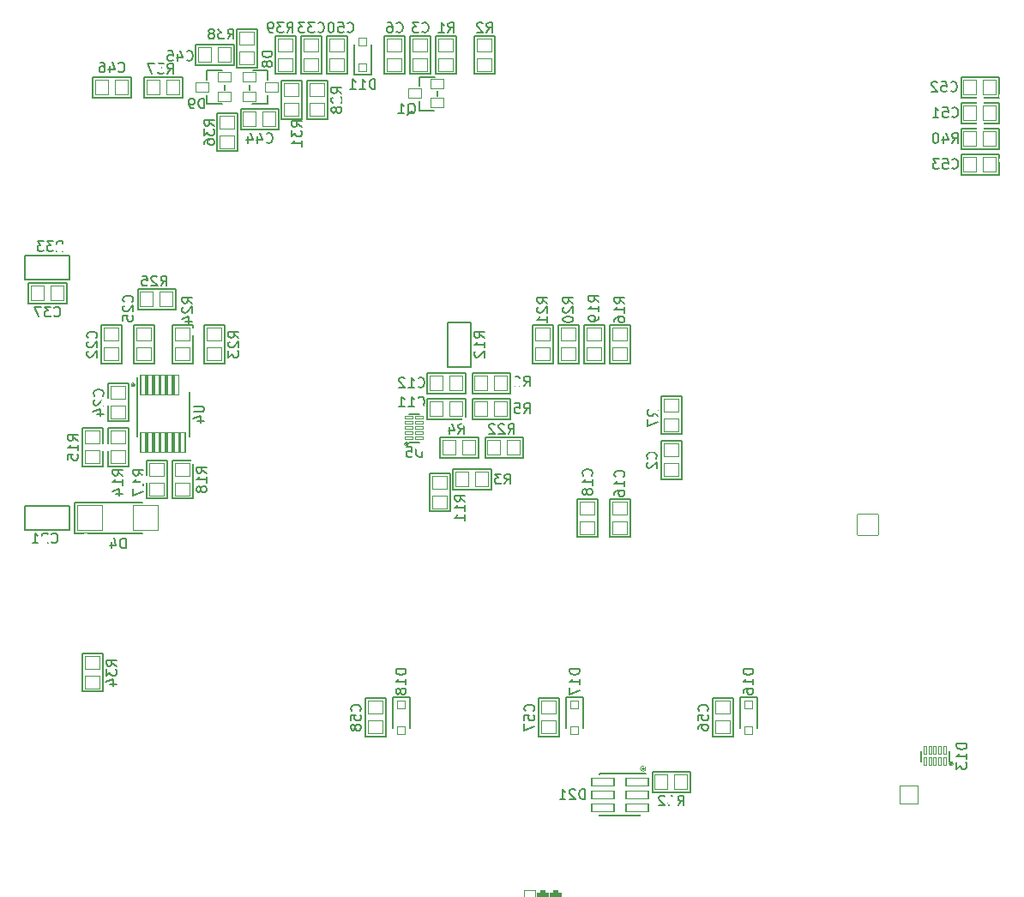
<source format=gbo>
G04 #@! TF.GenerationSoftware,KiCad,Pcbnew,7.0.9*
G04 #@! TF.CreationDate,2023-12-25T16:07:17+01:00*
G04 #@! TF.ProjectId,wall-mounted-room-temperature-sensor-ethernet,77616c6c-2d6d-46f7-956e-7465642d726f,v1.0*
G04 #@! TF.SameCoordinates,Original*
G04 #@! TF.FileFunction,Legend,Bot*
G04 #@! TF.FilePolarity,Positive*
%FSLAX46Y46*%
G04 Gerber Fmt 4.6, Leading zero omitted, Abs format (unit mm)*
G04 Created by KiCad (PCBNEW 7.0.9) date 2023-12-25 16:07:17*
%MOMM*%
%LPD*%
G01*
G04 APERTURE LIST*
G04 Aperture macros list*
%AMRoundRect*
0 Rectangle with rounded corners*
0 $1 Rounding radius*
0 $2 $3 $4 $5 $6 $7 $8 $9 X,Y pos of 4 corners*
0 Add a 4 corners polygon primitive as box body*
4,1,4,$2,$3,$4,$5,$6,$7,$8,$9,$2,$3,0*
0 Add four circle primitives for the rounded corners*
1,1,$1+$1,$2,$3*
1,1,$1+$1,$4,$5*
1,1,$1+$1,$6,$7*
1,1,$1+$1,$8,$9*
0 Add four rect primitives between the rounded corners*
20,1,$1+$1,$2,$3,$4,$5,0*
20,1,$1+$1,$4,$5,$6,$7,0*
20,1,$1+$1,$6,$7,$8,$9,0*
20,1,$1+$1,$8,$9,$2,$3,0*%
%AMFreePoly0*
4,1,13,0.685355,0.935355,0.700000,0.900000,0.700000,-0.900000,0.685355,-0.935355,0.650000,-0.950000,-0.650000,-0.950000,-0.685355,-0.935355,-0.700000,-0.900000,-0.700000,0.900000,-0.685355,0.935355,-0.650000,0.950000,0.650000,0.950000,0.685355,0.935355,0.685355,0.935355,$1*%
%AMFreePoly1*
4,1,13,1.035355,0.285355,1.050000,0.250000,1.050000,-0.250000,1.035355,-0.285355,1.000000,-0.300000,-1.000000,-0.300000,-1.035355,-0.285355,-1.050000,-0.250000,-1.050000,0.250000,-1.035355,0.285355,-1.000000,0.300000,1.000000,0.300000,1.035355,0.285355,1.035355,0.285355,$1*%
G04 Aperture macros list end*
%ADD10C,0.170000*%
%ADD11C,0.160000*%
%ADD12C,0.120000*%
%ADD13C,3.300000*%
%ADD14RoundRect,0.050000X-1.250000X1.250000X-1.250000X-1.250000X1.250000X-1.250000X1.250000X1.250000X0*%
%ADD15RoundRect,0.050000X-0.525000X-0.750000X0.525000X-0.750000X0.525000X0.750000X-0.525000X0.750000X0*%
%ADD16RoundRect,0.312500X-0.262500X-0.487500X0.262500X-0.487500X0.262500X0.487500X-0.262500X0.487500X0*%
%ADD17RoundRect,0.050000X0.150000X0.400000X-0.150000X0.400000X-0.150000X-0.400000X0.150000X-0.400000X0*%
%ADD18RoundRect,0.050000X0.400000X-0.150000X0.400000X0.150000X-0.400000X0.150000X-0.400000X-0.150000X0*%
%ADD19C,1.950000*%
%ADD20C,3.600000*%
%ADD21C,3.100000*%
%ADD22RoundRect,0.050000X-0.900000X0.900000X-0.900000X-0.900000X0.900000X-0.900000X0.900000X0.900000X0*%
%ADD23O,1.900000X1.900000*%
%ADD24RoundRect,0.050000X1.050000X1.050000X-1.050000X1.050000X-1.050000X-1.050000X1.050000X-1.050000X0*%
%ADD25O,2.200000X2.200000*%
%ADD26RoundRect,0.050000X0.750000X-0.650000X0.750000X0.650000X-0.750000X0.650000X-0.750000X-0.650000X0*%
%ADD27RoundRect,0.050000X0.650000X0.750000X-0.650000X0.750000X-0.650000X-0.750000X0.650000X-0.750000X0*%
%ADD28RoundRect,0.050000X-0.750000X0.650000X-0.750000X-0.650000X0.750000X-0.650000X0.750000X0.650000X0*%
%ADD29RoundRect,0.050000X-0.650000X-0.750000X0.650000X-0.750000X0.650000X0.750000X-0.650000X0.750000X0*%
%ADD30C,2.300000*%
%ADD31C,1.600000*%
%ADD32C,3.400000*%
%ADD33RoundRect,0.050000X0.650000X0.500000X-0.650000X0.500000X-0.650000X-0.500000X0.650000X-0.500000X0*%
%ADD34RoundRect,0.050000X0.400000X-0.400000X0.400000X0.400000X-0.400000X0.400000X-0.400000X-0.400000X0*%
%ADD35RoundRect,0.050000X-0.400000X0.400000X-0.400000X-0.400000X0.400000X-0.400000X0.400000X0.400000X0*%
%ADD36FreePoly0,90.000000*%
%ADD37FreePoly0,180.000000*%
%ADD38RoundRect,0.050000X-0.250000X1.000000X-0.250000X-1.000000X0.250000X-1.000000X0.250000X1.000000X0*%
%ADD39FreePoly1,270.000000*%
%ADD40RoundRect,0.050000X1.100000X0.400000X-1.100000X0.400000X-1.100000X-0.400000X1.100000X-0.400000X0*%
%ADD41RoundRect,0.050000X-0.650000X-0.500000X0.650000X-0.500000X0.650000X0.500000X-0.650000X0.500000X0*%
%ADD42FreePoly0,0.000000*%
%ADD43C,0.900000*%
G04 APERTURE END LIST*
D10*
X50268094Y-121103779D02*
X50268094Y-120103779D01*
X50268094Y-120103779D02*
X50029999Y-120103779D01*
X50029999Y-120103779D02*
X49887142Y-120151398D01*
X49887142Y-120151398D02*
X49791904Y-120246636D01*
X49791904Y-120246636D02*
X49744285Y-120341874D01*
X49744285Y-120341874D02*
X49696666Y-120532350D01*
X49696666Y-120532350D02*
X49696666Y-120675207D01*
X49696666Y-120675207D02*
X49744285Y-120865683D01*
X49744285Y-120865683D02*
X49791904Y-120960921D01*
X49791904Y-120960921D02*
X49887142Y-121056160D01*
X49887142Y-121056160D02*
X50029999Y-121103779D01*
X50029999Y-121103779D02*
X50268094Y-121103779D01*
X48839523Y-120437112D02*
X48839523Y-121103779D01*
X49077618Y-120056160D02*
X49315713Y-120770445D01*
X49315713Y-120770445D02*
X48696666Y-120770445D01*
X133295779Y-140390714D02*
X132295779Y-140390714D01*
X132295779Y-140390714D02*
X132295779Y-140628809D01*
X132295779Y-140628809D02*
X132343398Y-140771666D01*
X132343398Y-140771666D02*
X132438636Y-140866904D01*
X132438636Y-140866904D02*
X132533874Y-140914523D01*
X132533874Y-140914523D02*
X132724350Y-140962142D01*
X132724350Y-140962142D02*
X132867207Y-140962142D01*
X132867207Y-140962142D02*
X133057683Y-140914523D01*
X133057683Y-140914523D02*
X133152921Y-140866904D01*
X133152921Y-140866904D02*
X133248160Y-140771666D01*
X133248160Y-140771666D02*
X133295779Y-140628809D01*
X133295779Y-140628809D02*
X133295779Y-140390714D01*
X133295779Y-141914523D02*
X133295779Y-141343095D01*
X133295779Y-141628809D02*
X132295779Y-141628809D01*
X132295779Y-141628809D02*
X132438636Y-141533571D01*
X132438636Y-141533571D02*
X132533874Y-141438333D01*
X132533874Y-141438333D02*
X132581493Y-141343095D01*
X132295779Y-142247857D02*
X132295779Y-142866904D01*
X132295779Y-142866904D02*
X132676731Y-142533571D01*
X132676731Y-142533571D02*
X132676731Y-142676428D01*
X132676731Y-142676428D02*
X132724350Y-142771666D01*
X132724350Y-142771666D02*
X132771969Y-142819285D01*
X132771969Y-142819285D02*
X132867207Y-142866904D01*
X132867207Y-142866904D02*
X133105302Y-142866904D01*
X133105302Y-142866904D02*
X133200540Y-142819285D01*
X133200540Y-142819285D02*
X133248160Y-142771666D01*
X133248160Y-142771666D02*
X133295779Y-142676428D01*
X133295779Y-142676428D02*
X133295779Y-142390714D01*
X133295779Y-142390714D02*
X133248160Y-142295476D01*
X133248160Y-142295476D02*
X133200540Y-142247857D01*
X79478094Y-112086779D02*
X79478094Y-111086779D01*
X79478094Y-111086779D02*
X79239999Y-111086779D01*
X79239999Y-111086779D02*
X79097142Y-111134398D01*
X79097142Y-111134398D02*
X79001904Y-111229636D01*
X79001904Y-111229636D02*
X78954285Y-111324874D01*
X78954285Y-111324874D02*
X78906666Y-111515350D01*
X78906666Y-111515350D02*
X78906666Y-111658207D01*
X78906666Y-111658207D02*
X78954285Y-111848683D01*
X78954285Y-111848683D02*
X79001904Y-111943921D01*
X79001904Y-111943921D02*
X79097142Y-112039160D01*
X79097142Y-112039160D02*
X79239999Y-112086779D01*
X79239999Y-112086779D02*
X79478094Y-112086779D01*
X78001904Y-111086779D02*
X78478094Y-111086779D01*
X78478094Y-111086779D02*
X78525713Y-111562969D01*
X78525713Y-111562969D02*
X78478094Y-111515350D01*
X78478094Y-111515350D02*
X78382856Y-111467731D01*
X78382856Y-111467731D02*
X78144761Y-111467731D01*
X78144761Y-111467731D02*
X78049523Y-111515350D01*
X78049523Y-111515350D02*
X78001904Y-111562969D01*
X78001904Y-111562969D02*
X77954285Y-111658207D01*
X77954285Y-111658207D02*
X77954285Y-111896302D01*
X77954285Y-111896302D02*
X78001904Y-111991540D01*
X78001904Y-111991540D02*
X78049523Y-112039160D01*
X78049523Y-112039160D02*
X78144761Y-112086779D01*
X78144761Y-112086779D02*
X78382856Y-112086779D01*
X78382856Y-112086779D02*
X78478094Y-112039160D01*
X78478094Y-112039160D02*
X78525713Y-111991540D01*
X79541666Y-70081540D02*
X79589285Y-70129160D01*
X79589285Y-70129160D02*
X79732142Y-70176779D01*
X79732142Y-70176779D02*
X79827380Y-70176779D01*
X79827380Y-70176779D02*
X79970237Y-70129160D01*
X79970237Y-70129160D02*
X80065475Y-70033921D01*
X80065475Y-70033921D02*
X80113094Y-69938683D01*
X80113094Y-69938683D02*
X80160713Y-69748207D01*
X80160713Y-69748207D02*
X80160713Y-69605350D01*
X80160713Y-69605350D02*
X80113094Y-69414874D01*
X80113094Y-69414874D02*
X80065475Y-69319636D01*
X80065475Y-69319636D02*
X79970237Y-69224398D01*
X79970237Y-69224398D02*
X79827380Y-69176779D01*
X79827380Y-69176779D02*
X79732142Y-69176779D01*
X79732142Y-69176779D02*
X79589285Y-69224398D01*
X79589285Y-69224398D02*
X79541666Y-69272017D01*
X79208332Y-69176779D02*
X78589285Y-69176779D01*
X78589285Y-69176779D02*
X78922618Y-69557731D01*
X78922618Y-69557731D02*
X78779761Y-69557731D01*
X78779761Y-69557731D02*
X78684523Y-69605350D01*
X78684523Y-69605350D02*
X78636904Y-69652969D01*
X78636904Y-69652969D02*
X78589285Y-69748207D01*
X78589285Y-69748207D02*
X78589285Y-69986302D01*
X78589285Y-69986302D02*
X78636904Y-70081540D01*
X78636904Y-70081540D02*
X78684523Y-70129160D01*
X78684523Y-70129160D02*
X78779761Y-70176779D01*
X78779761Y-70176779D02*
X79065475Y-70176779D01*
X79065475Y-70176779D02*
X79160713Y-70129160D01*
X79160713Y-70129160D02*
X79208332Y-70081540D01*
X77001666Y-70081540D02*
X77049285Y-70129160D01*
X77049285Y-70129160D02*
X77192142Y-70176779D01*
X77192142Y-70176779D02*
X77287380Y-70176779D01*
X77287380Y-70176779D02*
X77430237Y-70129160D01*
X77430237Y-70129160D02*
X77525475Y-70033921D01*
X77525475Y-70033921D02*
X77573094Y-69938683D01*
X77573094Y-69938683D02*
X77620713Y-69748207D01*
X77620713Y-69748207D02*
X77620713Y-69605350D01*
X77620713Y-69605350D02*
X77573094Y-69414874D01*
X77573094Y-69414874D02*
X77525475Y-69319636D01*
X77525475Y-69319636D02*
X77430237Y-69224398D01*
X77430237Y-69224398D02*
X77287380Y-69176779D01*
X77287380Y-69176779D02*
X77192142Y-69176779D01*
X77192142Y-69176779D02*
X77049285Y-69224398D01*
X77049285Y-69224398D02*
X77001666Y-69272017D01*
X76144523Y-69176779D02*
X76334999Y-69176779D01*
X76334999Y-69176779D02*
X76430237Y-69224398D01*
X76430237Y-69224398D02*
X76477856Y-69272017D01*
X76477856Y-69272017D02*
X76573094Y-69414874D01*
X76573094Y-69414874D02*
X76620713Y-69605350D01*
X76620713Y-69605350D02*
X76620713Y-69986302D01*
X76620713Y-69986302D02*
X76573094Y-70081540D01*
X76573094Y-70081540D02*
X76525475Y-70129160D01*
X76525475Y-70129160D02*
X76430237Y-70176779D01*
X76430237Y-70176779D02*
X76239761Y-70176779D01*
X76239761Y-70176779D02*
X76144523Y-70129160D01*
X76144523Y-70129160D02*
X76096904Y-70081540D01*
X76096904Y-70081540D02*
X76049285Y-69986302D01*
X76049285Y-69986302D02*
X76049285Y-69748207D01*
X76049285Y-69748207D02*
X76096904Y-69652969D01*
X76096904Y-69652969D02*
X76144523Y-69605350D01*
X76144523Y-69605350D02*
X76239761Y-69557731D01*
X76239761Y-69557731D02*
X76430237Y-69557731D01*
X76430237Y-69557731D02*
X76525475Y-69605350D01*
X76525475Y-69605350D02*
X76573094Y-69652969D01*
X76573094Y-69652969D02*
X76620713Y-69748207D01*
X79128857Y-107038540D02*
X79176476Y-107086160D01*
X79176476Y-107086160D02*
X79319333Y-107133779D01*
X79319333Y-107133779D02*
X79414571Y-107133779D01*
X79414571Y-107133779D02*
X79557428Y-107086160D01*
X79557428Y-107086160D02*
X79652666Y-106990921D01*
X79652666Y-106990921D02*
X79700285Y-106895683D01*
X79700285Y-106895683D02*
X79747904Y-106705207D01*
X79747904Y-106705207D02*
X79747904Y-106562350D01*
X79747904Y-106562350D02*
X79700285Y-106371874D01*
X79700285Y-106371874D02*
X79652666Y-106276636D01*
X79652666Y-106276636D02*
X79557428Y-106181398D01*
X79557428Y-106181398D02*
X79414571Y-106133779D01*
X79414571Y-106133779D02*
X79319333Y-106133779D01*
X79319333Y-106133779D02*
X79176476Y-106181398D01*
X79176476Y-106181398D02*
X79128857Y-106229017D01*
X78176476Y-107133779D02*
X78747904Y-107133779D01*
X78462190Y-107133779D02*
X78462190Y-106133779D01*
X78462190Y-106133779D02*
X78557428Y-106276636D01*
X78557428Y-106276636D02*
X78652666Y-106371874D01*
X78652666Y-106371874D02*
X78747904Y-106419493D01*
X77224095Y-107133779D02*
X77795523Y-107133779D01*
X77509809Y-107133779D02*
X77509809Y-106133779D01*
X77509809Y-106133779D02*
X77605047Y-106276636D01*
X77605047Y-106276636D02*
X77700285Y-106371874D01*
X77700285Y-106371874D02*
X77795523Y-106419493D01*
X79128857Y-105133540D02*
X79176476Y-105181160D01*
X79176476Y-105181160D02*
X79319333Y-105228779D01*
X79319333Y-105228779D02*
X79414571Y-105228779D01*
X79414571Y-105228779D02*
X79557428Y-105181160D01*
X79557428Y-105181160D02*
X79652666Y-105085921D01*
X79652666Y-105085921D02*
X79700285Y-104990683D01*
X79700285Y-104990683D02*
X79747904Y-104800207D01*
X79747904Y-104800207D02*
X79747904Y-104657350D01*
X79747904Y-104657350D02*
X79700285Y-104466874D01*
X79700285Y-104466874D02*
X79652666Y-104371636D01*
X79652666Y-104371636D02*
X79557428Y-104276398D01*
X79557428Y-104276398D02*
X79414571Y-104228779D01*
X79414571Y-104228779D02*
X79319333Y-104228779D01*
X79319333Y-104228779D02*
X79176476Y-104276398D01*
X79176476Y-104276398D02*
X79128857Y-104324017D01*
X78176476Y-105228779D02*
X78747904Y-105228779D01*
X78462190Y-105228779D02*
X78462190Y-104228779D01*
X78462190Y-104228779D02*
X78557428Y-104371636D01*
X78557428Y-104371636D02*
X78652666Y-104466874D01*
X78652666Y-104466874D02*
X78747904Y-104514493D01*
X77795523Y-104324017D02*
X77747904Y-104276398D01*
X77747904Y-104276398D02*
X77652666Y-104228779D01*
X77652666Y-104228779D02*
X77414571Y-104228779D01*
X77414571Y-104228779D02*
X77319333Y-104276398D01*
X77319333Y-104276398D02*
X77271714Y-104324017D01*
X77271714Y-104324017D02*
X77224095Y-104419255D01*
X77224095Y-104419255D02*
X77224095Y-104514493D01*
X77224095Y-104514493D02*
X77271714Y-104657350D01*
X77271714Y-104657350D02*
X77843142Y-105228779D01*
X77843142Y-105228779D02*
X77224095Y-105228779D01*
X99418540Y-114038142D02*
X99466160Y-113990523D01*
X99466160Y-113990523D02*
X99513779Y-113847666D01*
X99513779Y-113847666D02*
X99513779Y-113752428D01*
X99513779Y-113752428D02*
X99466160Y-113609571D01*
X99466160Y-113609571D02*
X99370921Y-113514333D01*
X99370921Y-113514333D02*
X99275683Y-113466714D01*
X99275683Y-113466714D02*
X99085207Y-113419095D01*
X99085207Y-113419095D02*
X98942350Y-113419095D01*
X98942350Y-113419095D02*
X98751874Y-113466714D01*
X98751874Y-113466714D02*
X98656636Y-113514333D01*
X98656636Y-113514333D02*
X98561398Y-113609571D01*
X98561398Y-113609571D02*
X98513779Y-113752428D01*
X98513779Y-113752428D02*
X98513779Y-113847666D01*
X98513779Y-113847666D02*
X98561398Y-113990523D01*
X98561398Y-113990523D02*
X98609017Y-114038142D01*
X99513779Y-114990523D02*
X99513779Y-114419095D01*
X99513779Y-114704809D02*
X98513779Y-114704809D01*
X98513779Y-114704809D02*
X98656636Y-114609571D01*
X98656636Y-114609571D02*
X98751874Y-114514333D01*
X98751874Y-114514333D02*
X98799493Y-114419095D01*
X98513779Y-115847666D02*
X98513779Y-115657190D01*
X98513779Y-115657190D02*
X98561398Y-115561952D01*
X98561398Y-115561952D02*
X98609017Y-115514333D01*
X98609017Y-115514333D02*
X98751874Y-115419095D01*
X98751874Y-115419095D02*
X98942350Y-115371476D01*
X98942350Y-115371476D02*
X99323302Y-115371476D01*
X99323302Y-115371476D02*
X99418540Y-115419095D01*
X99418540Y-115419095D02*
X99466160Y-115466714D01*
X99466160Y-115466714D02*
X99513779Y-115561952D01*
X99513779Y-115561952D02*
X99513779Y-115752428D01*
X99513779Y-115752428D02*
X99466160Y-115847666D01*
X99466160Y-115847666D02*
X99418540Y-115895285D01*
X99418540Y-115895285D02*
X99323302Y-115942904D01*
X99323302Y-115942904D02*
X99085207Y-115942904D01*
X99085207Y-115942904D02*
X98989969Y-115895285D01*
X98989969Y-115895285D02*
X98942350Y-115847666D01*
X98942350Y-115847666D02*
X98894731Y-115752428D01*
X98894731Y-115752428D02*
X98894731Y-115561952D01*
X98894731Y-115561952D02*
X98942350Y-115466714D01*
X98942350Y-115466714D02*
X98989969Y-115419095D01*
X98989969Y-115419095D02*
X99085207Y-115371476D01*
X96243540Y-113911142D02*
X96291160Y-113863523D01*
X96291160Y-113863523D02*
X96338779Y-113720666D01*
X96338779Y-113720666D02*
X96338779Y-113625428D01*
X96338779Y-113625428D02*
X96291160Y-113482571D01*
X96291160Y-113482571D02*
X96195921Y-113387333D01*
X96195921Y-113387333D02*
X96100683Y-113339714D01*
X96100683Y-113339714D02*
X95910207Y-113292095D01*
X95910207Y-113292095D02*
X95767350Y-113292095D01*
X95767350Y-113292095D02*
X95576874Y-113339714D01*
X95576874Y-113339714D02*
X95481636Y-113387333D01*
X95481636Y-113387333D02*
X95386398Y-113482571D01*
X95386398Y-113482571D02*
X95338779Y-113625428D01*
X95338779Y-113625428D02*
X95338779Y-113720666D01*
X95338779Y-113720666D02*
X95386398Y-113863523D01*
X95386398Y-113863523D02*
X95434017Y-113911142D01*
X96338779Y-114863523D02*
X96338779Y-114292095D01*
X96338779Y-114577809D02*
X95338779Y-114577809D01*
X95338779Y-114577809D02*
X95481636Y-114482571D01*
X95481636Y-114482571D02*
X95576874Y-114387333D01*
X95576874Y-114387333D02*
X95624493Y-114292095D01*
X95767350Y-115434952D02*
X95719731Y-115339714D01*
X95719731Y-115339714D02*
X95672112Y-115292095D01*
X95672112Y-115292095D02*
X95576874Y-115244476D01*
X95576874Y-115244476D02*
X95529255Y-115244476D01*
X95529255Y-115244476D02*
X95434017Y-115292095D01*
X95434017Y-115292095D02*
X95386398Y-115339714D01*
X95386398Y-115339714D02*
X95338779Y-115434952D01*
X95338779Y-115434952D02*
X95338779Y-115625428D01*
X95338779Y-115625428D02*
X95386398Y-115720666D01*
X95386398Y-115720666D02*
X95434017Y-115768285D01*
X95434017Y-115768285D02*
X95529255Y-115815904D01*
X95529255Y-115815904D02*
X95576874Y-115815904D01*
X95576874Y-115815904D02*
X95672112Y-115768285D01*
X95672112Y-115768285D02*
X95719731Y-115720666D01*
X95719731Y-115720666D02*
X95767350Y-115625428D01*
X95767350Y-115625428D02*
X95767350Y-115434952D01*
X95767350Y-115434952D02*
X95814969Y-115339714D01*
X95814969Y-115339714D02*
X95862588Y-115292095D01*
X95862588Y-115292095D02*
X95957826Y-115244476D01*
X95957826Y-115244476D02*
X96148302Y-115244476D01*
X96148302Y-115244476D02*
X96243540Y-115292095D01*
X96243540Y-115292095D02*
X96291160Y-115339714D01*
X96291160Y-115339714D02*
X96338779Y-115434952D01*
X96338779Y-115434952D02*
X96338779Y-115625428D01*
X96338779Y-115625428D02*
X96291160Y-115720666D01*
X96291160Y-115720666D02*
X96243540Y-115768285D01*
X96243540Y-115768285D02*
X96148302Y-115815904D01*
X96148302Y-115815904D02*
X95957826Y-115815904D01*
X95957826Y-115815904D02*
X95862588Y-115768285D01*
X95862588Y-115768285D02*
X95814969Y-115720666D01*
X95814969Y-115720666D02*
X95767350Y-115625428D01*
X47348540Y-100322142D02*
X47396160Y-100274523D01*
X47396160Y-100274523D02*
X47443779Y-100131666D01*
X47443779Y-100131666D02*
X47443779Y-100036428D01*
X47443779Y-100036428D02*
X47396160Y-99893571D01*
X47396160Y-99893571D02*
X47300921Y-99798333D01*
X47300921Y-99798333D02*
X47205683Y-99750714D01*
X47205683Y-99750714D02*
X47015207Y-99703095D01*
X47015207Y-99703095D02*
X46872350Y-99703095D01*
X46872350Y-99703095D02*
X46681874Y-99750714D01*
X46681874Y-99750714D02*
X46586636Y-99798333D01*
X46586636Y-99798333D02*
X46491398Y-99893571D01*
X46491398Y-99893571D02*
X46443779Y-100036428D01*
X46443779Y-100036428D02*
X46443779Y-100131666D01*
X46443779Y-100131666D02*
X46491398Y-100274523D01*
X46491398Y-100274523D02*
X46539017Y-100322142D01*
X46539017Y-100703095D02*
X46491398Y-100750714D01*
X46491398Y-100750714D02*
X46443779Y-100845952D01*
X46443779Y-100845952D02*
X46443779Y-101084047D01*
X46443779Y-101084047D02*
X46491398Y-101179285D01*
X46491398Y-101179285D02*
X46539017Y-101226904D01*
X46539017Y-101226904D02*
X46634255Y-101274523D01*
X46634255Y-101274523D02*
X46729493Y-101274523D01*
X46729493Y-101274523D02*
X46872350Y-101226904D01*
X46872350Y-101226904D02*
X47443779Y-100655476D01*
X47443779Y-100655476D02*
X47443779Y-101274523D01*
X46539017Y-101655476D02*
X46491398Y-101703095D01*
X46491398Y-101703095D02*
X46443779Y-101798333D01*
X46443779Y-101798333D02*
X46443779Y-102036428D01*
X46443779Y-102036428D02*
X46491398Y-102131666D01*
X46491398Y-102131666D02*
X46539017Y-102179285D01*
X46539017Y-102179285D02*
X46634255Y-102226904D01*
X46634255Y-102226904D02*
X46729493Y-102226904D01*
X46729493Y-102226904D02*
X46872350Y-102179285D01*
X46872350Y-102179285D02*
X47443779Y-101607857D01*
X47443779Y-101607857D02*
X47443779Y-102226904D01*
X47983540Y-106037142D02*
X48031160Y-105989523D01*
X48031160Y-105989523D02*
X48078779Y-105846666D01*
X48078779Y-105846666D02*
X48078779Y-105751428D01*
X48078779Y-105751428D02*
X48031160Y-105608571D01*
X48031160Y-105608571D02*
X47935921Y-105513333D01*
X47935921Y-105513333D02*
X47840683Y-105465714D01*
X47840683Y-105465714D02*
X47650207Y-105418095D01*
X47650207Y-105418095D02*
X47507350Y-105418095D01*
X47507350Y-105418095D02*
X47316874Y-105465714D01*
X47316874Y-105465714D02*
X47221636Y-105513333D01*
X47221636Y-105513333D02*
X47126398Y-105608571D01*
X47126398Y-105608571D02*
X47078779Y-105751428D01*
X47078779Y-105751428D02*
X47078779Y-105846666D01*
X47078779Y-105846666D02*
X47126398Y-105989523D01*
X47126398Y-105989523D02*
X47174017Y-106037142D01*
X47174017Y-106418095D02*
X47126398Y-106465714D01*
X47126398Y-106465714D02*
X47078779Y-106560952D01*
X47078779Y-106560952D02*
X47078779Y-106799047D01*
X47078779Y-106799047D02*
X47126398Y-106894285D01*
X47126398Y-106894285D02*
X47174017Y-106941904D01*
X47174017Y-106941904D02*
X47269255Y-106989523D01*
X47269255Y-106989523D02*
X47364493Y-106989523D01*
X47364493Y-106989523D02*
X47507350Y-106941904D01*
X47507350Y-106941904D02*
X48078779Y-106370476D01*
X48078779Y-106370476D02*
X48078779Y-106989523D01*
X47412112Y-107846666D02*
X48078779Y-107846666D01*
X47031160Y-107608571D02*
X47745445Y-107370476D01*
X47745445Y-107370476D02*
X47745445Y-107989523D01*
X50904540Y-96766142D02*
X50952160Y-96718523D01*
X50952160Y-96718523D02*
X50999779Y-96575666D01*
X50999779Y-96575666D02*
X50999779Y-96480428D01*
X50999779Y-96480428D02*
X50952160Y-96337571D01*
X50952160Y-96337571D02*
X50856921Y-96242333D01*
X50856921Y-96242333D02*
X50761683Y-96194714D01*
X50761683Y-96194714D02*
X50571207Y-96147095D01*
X50571207Y-96147095D02*
X50428350Y-96147095D01*
X50428350Y-96147095D02*
X50237874Y-96194714D01*
X50237874Y-96194714D02*
X50142636Y-96242333D01*
X50142636Y-96242333D02*
X50047398Y-96337571D01*
X50047398Y-96337571D02*
X49999779Y-96480428D01*
X49999779Y-96480428D02*
X49999779Y-96575666D01*
X49999779Y-96575666D02*
X50047398Y-96718523D01*
X50047398Y-96718523D02*
X50095017Y-96766142D01*
X50095017Y-97147095D02*
X50047398Y-97194714D01*
X50047398Y-97194714D02*
X49999779Y-97289952D01*
X49999779Y-97289952D02*
X49999779Y-97528047D01*
X49999779Y-97528047D02*
X50047398Y-97623285D01*
X50047398Y-97623285D02*
X50095017Y-97670904D01*
X50095017Y-97670904D02*
X50190255Y-97718523D01*
X50190255Y-97718523D02*
X50285493Y-97718523D01*
X50285493Y-97718523D02*
X50428350Y-97670904D01*
X50428350Y-97670904D02*
X50999779Y-97099476D01*
X50999779Y-97099476D02*
X50999779Y-97718523D01*
X49999779Y-98623285D02*
X49999779Y-98147095D01*
X49999779Y-98147095D02*
X50475969Y-98099476D01*
X50475969Y-98099476D02*
X50428350Y-98147095D01*
X50428350Y-98147095D02*
X50380731Y-98242333D01*
X50380731Y-98242333D02*
X50380731Y-98480428D01*
X50380731Y-98480428D02*
X50428350Y-98575666D01*
X50428350Y-98575666D02*
X50475969Y-98623285D01*
X50475969Y-98623285D02*
X50571207Y-98670904D01*
X50571207Y-98670904D02*
X50809302Y-98670904D01*
X50809302Y-98670904D02*
X50904540Y-98623285D01*
X50904540Y-98623285D02*
X50952160Y-98575666D01*
X50952160Y-98575666D02*
X50999779Y-98480428D01*
X50999779Y-98480428D02*
X50999779Y-98242333D01*
X50999779Y-98242333D02*
X50952160Y-98147095D01*
X50952160Y-98147095D02*
X50904540Y-98099476D01*
X69222857Y-70081540D02*
X69270476Y-70129160D01*
X69270476Y-70129160D02*
X69413333Y-70176779D01*
X69413333Y-70176779D02*
X69508571Y-70176779D01*
X69508571Y-70176779D02*
X69651428Y-70129160D01*
X69651428Y-70129160D02*
X69746666Y-70033921D01*
X69746666Y-70033921D02*
X69794285Y-69938683D01*
X69794285Y-69938683D02*
X69841904Y-69748207D01*
X69841904Y-69748207D02*
X69841904Y-69605350D01*
X69841904Y-69605350D02*
X69794285Y-69414874D01*
X69794285Y-69414874D02*
X69746666Y-69319636D01*
X69746666Y-69319636D02*
X69651428Y-69224398D01*
X69651428Y-69224398D02*
X69508571Y-69176779D01*
X69508571Y-69176779D02*
X69413333Y-69176779D01*
X69413333Y-69176779D02*
X69270476Y-69224398D01*
X69270476Y-69224398D02*
X69222857Y-69272017D01*
X68889523Y-69176779D02*
X68270476Y-69176779D01*
X68270476Y-69176779D02*
X68603809Y-69557731D01*
X68603809Y-69557731D02*
X68460952Y-69557731D01*
X68460952Y-69557731D02*
X68365714Y-69605350D01*
X68365714Y-69605350D02*
X68318095Y-69652969D01*
X68318095Y-69652969D02*
X68270476Y-69748207D01*
X68270476Y-69748207D02*
X68270476Y-69986302D01*
X68270476Y-69986302D02*
X68318095Y-70081540D01*
X68318095Y-70081540D02*
X68365714Y-70129160D01*
X68365714Y-70129160D02*
X68460952Y-70176779D01*
X68460952Y-70176779D02*
X68746666Y-70176779D01*
X68746666Y-70176779D02*
X68841904Y-70129160D01*
X68841904Y-70129160D02*
X68889523Y-70081540D01*
X67937142Y-69176779D02*
X67318095Y-69176779D01*
X67318095Y-69176779D02*
X67651428Y-69557731D01*
X67651428Y-69557731D02*
X67508571Y-69557731D01*
X67508571Y-69557731D02*
X67413333Y-69605350D01*
X67413333Y-69605350D02*
X67365714Y-69652969D01*
X67365714Y-69652969D02*
X67318095Y-69748207D01*
X67318095Y-69748207D02*
X67318095Y-69986302D01*
X67318095Y-69986302D02*
X67365714Y-70081540D01*
X67365714Y-70081540D02*
X67413333Y-70129160D01*
X67413333Y-70129160D02*
X67508571Y-70176779D01*
X67508571Y-70176779D02*
X67794285Y-70176779D01*
X67794285Y-70176779D02*
X67889523Y-70129160D01*
X67889523Y-70129160D02*
X67937142Y-70081540D01*
X64142857Y-81003540D02*
X64190476Y-81051160D01*
X64190476Y-81051160D02*
X64333333Y-81098779D01*
X64333333Y-81098779D02*
X64428571Y-81098779D01*
X64428571Y-81098779D02*
X64571428Y-81051160D01*
X64571428Y-81051160D02*
X64666666Y-80955921D01*
X64666666Y-80955921D02*
X64714285Y-80860683D01*
X64714285Y-80860683D02*
X64761904Y-80670207D01*
X64761904Y-80670207D02*
X64761904Y-80527350D01*
X64761904Y-80527350D02*
X64714285Y-80336874D01*
X64714285Y-80336874D02*
X64666666Y-80241636D01*
X64666666Y-80241636D02*
X64571428Y-80146398D01*
X64571428Y-80146398D02*
X64428571Y-80098779D01*
X64428571Y-80098779D02*
X64333333Y-80098779D01*
X64333333Y-80098779D02*
X64190476Y-80146398D01*
X64190476Y-80146398D02*
X64142857Y-80194017D01*
X63285714Y-80432112D02*
X63285714Y-81098779D01*
X63523809Y-80051160D02*
X63761904Y-80765445D01*
X63761904Y-80765445D02*
X63142857Y-80765445D01*
X62333333Y-80432112D02*
X62333333Y-81098779D01*
X62571428Y-80051160D02*
X62809523Y-80765445D01*
X62809523Y-80765445D02*
X62190476Y-80765445D01*
X56268857Y-72875540D02*
X56316476Y-72923160D01*
X56316476Y-72923160D02*
X56459333Y-72970779D01*
X56459333Y-72970779D02*
X56554571Y-72970779D01*
X56554571Y-72970779D02*
X56697428Y-72923160D01*
X56697428Y-72923160D02*
X56792666Y-72827921D01*
X56792666Y-72827921D02*
X56840285Y-72732683D01*
X56840285Y-72732683D02*
X56887904Y-72542207D01*
X56887904Y-72542207D02*
X56887904Y-72399350D01*
X56887904Y-72399350D02*
X56840285Y-72208874D01*
X56840285Y-72208874D02*
X56792666Y-72113636D01*
X56792666Y-72113636D02*
X56697428Y-72018398D01*
X56697428Y-72018398D02*
X56554571Y-71970779D01*
X56554571Y-71970779D02*
X56459333Y-71970779D01*
X56459333Y-71970779D02*
X56316476Y-72018398D01*
X56316476Y-72018398D02*
X56268857Y-72066017D01*
X55411714Y-72304112D02*
X55411714Y-72970779D01*
X55649809Y-71923160D02*
X55887904Y-72637445D01*
X55887904Y-72637445D02*
X55268857Y-72637445D01*
X54411714Y-71970779D02*
X54887904Y-71970779D01*
X54887904Y-71970779D02*
X54935523Y-72446969D01*
X54935523Y-72446969D02*
X54887904Y-72399350D01*
X54887904Y-72399350D02*
X54792666Y-72351731D01*
X54792666Y-72351731D02*
X54554571Y-72351731D01*
X54554571Y-72351731D02*
X54459333Y-72399350D01*
X54459333Y-72399350D02*
X54411714Y-72446969D01*
X54411714Y-72446969D02*
X54364095Y-72542207D01*
X54364095Y-72542207D02*
X54364095Y-72780302D01*
X54364095Y-72780302D02*
X54411714Y-72875540D01*
X54411714Y-72875540D02*
X54459333Y-72923160D01*
X54459333Y-72923160D02*
X54554571Y-72970779D01*
X54554571Y-72970779D02*
X54792666Y-72970779D01*
X54792666Y-72970779D02*
X54887904Y-72923160D01*
X54887904Y-72923160D02*
X54935523Y-72875540D01*
X49537857Y-74018540D02*
X49585476Y-74066160D01*
X49585476Y-74066160D02*
X49728333Y-74113779D01*
X49728333Y-74113779D02*
X49823571Y-74113779D01*
X49823571Y-74113779D02*
X49966428Y-74066160D01*
X49966428Y-74066160D02*
X50061666Y-73970921D01*
X50061666Y-73970921D02*
X50109285Y-73875683D01*
X50109285Y-73875683D02*
X50156904Y-73685207D01*
X50156904Y-73685207D02*
X50156904Y-73542350D01*
X50156904Y-73542350D02*
X50109285Y-73351874D01*
X50109285Y-73351874D02*
X50061666Y-73256636D01*
X50061666Y-73256636D02*
X49966428Y-73161398D01*
X49966428Y-73161398D02*
X49823571Y-73113779D01*
X49823571Y-73113779D02*
X49728333Y-73113779D01*
X49728333Y-73113779D02*
X49585476Y-73161398D01*
X49585476Y-73161398D02*
X49537857Y-73209017D01*
X48680714Y-73447112D02*
X48680714Y-74113779D01*
X48918809Y-73066160D02*
X49156904Y-73780445D01*
X49156904Y-73780445D02*
X48537857Y-73780445D01*
X47728333Y-73113779D02*
X47918809Y-73113779D01*
X47918809Y-73113779D02*
X48014047Y-73161398D01*
X48014047Y-73161398D02*
X48061666Y-73209017D01*
X48061666Y-73209017D02*
X48156904Y-73351874D01*
X48156904Y-73351874D02*
X48204523Y-73542350D01*
X48204523Y-73542350D02*
X48204523Y-73923302D01*
X48204523Y-73923302D02*
X48156904Y-74018540D01*
X48156904Y-74018540D02*
X48109285Y-74066160D01*
X48109285Y-74066160D02*
X48014047Y-74113779D01*
X48014047Y-74113779D02*
X47823571Y-74113779D01*
X47823571Y-74113779D02*
X47728333Y-74066160D01*
X47728333Y-74066160D02*
X47680714Y-74018540D01*
X47680714Y-74018540D02*
X47633095Y-73923302D01*
X47633095Y-73923302D02*
X47633095Y-73685207D01*
X47633095Y-73685207D02*
X47680714Y-73589969D01*
X47680714Y-73589969D02*
X47728333Y-73542350D01*
X47728333Y-73542350D02*
X47823571Y-73494731D01*
X47823571Y-73494731D02*
X48014047Y-73494731D01*
X48014047Y-73494731D02*
X48109285Y-73542350D01*
X48109285Y-73542350D02*
X48156904Y-73589969D01*
X48156904Y-73589969D02*
X48204523Y-73685207D01*
X72143857Y-70081540D02*
X72191476Y-70129160D01*
X72191476Y-70129160D02*
X72334333Y-70176779D01*
X72334333Y-70176779D02*
X72429571Y-70176779D01*
X72429571Y-70176779D02*
X72572428Y-70129160D01*
X72572428Y-70129160D02*
X72667666Y-70033921D01*
X72667666Y-70033921D02*
X72715285Y-69938683D01*
X72715285Y-69938683D02*
X72762904Y-69748207D01*
X72762904Y-69748207D02*
X72762904Y-69605350D01*
X72762904Y-69605350D02*
X72715285Y-69414874D01*
X72715285Y-69414874D02*
X72667666Y-69319636D01*
X72667666Y-69319636D02*
X72572428Y-69224398D01*
X72572428Y-69224398D02*
X72429571Y-69176779D01*
X72429571Y-69176779D02*
X72334333Y-69176779D01*
X72334333Y-69176779D02*
X72191476Y-69224398D01*
X72191476Y-69224398D02*
X72143857Y-69272017D01*
X71239095Y-69176779D02*
X71715285Y-69176779D01*
X71715285Y-69176779D02*
X71762904Y-69652969D01*
X71762904Y-69652969D02*
X71715285Y-69605350D01*
X71715285Y-69605350D02*
X71620047Y-69557731D01*
X71620047Y-69557731D02*
X71381952Y-69557731D01*
X71381952Y-69557731D02*
X71286714Y-69605350D01*
X71286714Y-69605350D02*
X71239095Y-69652969D01*
X71239095Y-69652969D02*
X71191476Y-69748207D01*
X71191476Y-69748207D02*
X71191476Y-69986302D01*
X71191476Y-69986302D02*
X71239095Y-70081540D01*
X71239095Y-70081540D02*
X71286714Y-70129160D01*
X71286714Y-70129160D02*
X71381952Y-70176779D01*
X71381952Y-70176779D02*
X71620047Y-70176779D01*
X71620047Y-70176779D02*
X71715285Y-70129160D01*
X71715285Y-70129160D02*
X71762904Y-70081540D01*
X70572428Y-69176779D02*
X70477190Y-69176779D01*
X70477190Y-69176779D02*
X70381952Y-69224398D01*
X70381952Y-69224398D02*
X70334333Y-69272017D01*
X70334333Y-69272017D02*
X70286714Y-69367255D01*
X70286714Y-69367255D02*
X70239095Y-69557731D01*
X70239095Y-69557731D02*
X70239095Y-69795826D01*
X70239095Y-69795826D02*
X70286714Y-69986302D01*
X70286714Y-69986302D02*
X70334333Y-70081540D01*
X70334333Y-70081540D02*
X70381952Y-70129160D01*
X70381952Y-70129160D02*
X70477190Y-70176779D01*
X70477190Y-70176779D02*
X70572428Y-70176779D01*
X70572428Y-70176779D02*
X70667666Y-70129160D01*
X70667666Y-70129160D02*
X70715285Y-70081540D01*
X70715285Y-70081540D02*
X70762904Y-69986302D01*
X70762904Y-69986302D02*
X70810523Y-69795826D01*
X70810523Y-69795826D02*
X70810523Y-69557731D01*
X70810523Y-69557731D02*
X70762904Y-69367255D01*
X70762904Y-69367255D02*
X70715285Y-69272017D01*
X70715285Y-69272017D02*
X70667666Y-69224398D01*
X70667666Y-69224398D02*
X70572428Y-69176779D01*
X131833857Y-78463540D02*
X131881476Y-78511160D01*
X131881476Y-78511160D02*
X132024333Y-78558779D01*
X132024333Y-78558779D02*
X132119571Y-78558779D01*
X132119571Y-78558779D02*
X132262428Y-78511160D01*
X132262428Y-78511160D02*
X132357666Y-78415921D01*
X132357666Y-78415921D02*
X132405285Y-78320683D01*
X132405285Y-78320683D02*
X132452904Y-78130207D01*
X132452904Y-78130207D02*
X132452904Y-77987350D01*
X132452904Y-77987350D02*
X132405285Y-77796874D01*
X132405285Y-77796874D02*
X132357666Y-77701636D01*
X132357666Y-77701636D02*
X132262428Y-77606398D01*
X132262428Y-77606398D02*
X132119571Y-77558779D01*
X132119571Y-77558779D02*
X132024333Y-77558779D01*
X132024333Y-77558779D02*
X131881476Y-77606398D01*
X131881476Y-77606398D02*
X131833857Y-77654017D01*
X130929095Y-77558779D02*
X131405285Y-77558779D01*
X131405285Y-77558779D02*
X131452904Y-78034969D01*
X131452904Y-78034969D02*
X131405285Y-77987350D01*
X131405285Y-77987350D02*
X131310047Y-77939731D01*
X131310047Y-77939731D02*
X131071952Y-77939731D01*
X131071952Y-77939731D02*
X130976714Y-77987350D01*
X130976714Y-77987350D02*
X130929095Y-78034969D01*
X130929095Y-78034969D02*
X130881476Y-78130207D01*
X130881476Y-78130207D02*
X130881476Y-78368302D01*
X130881476Y-78368302D02*
X130929095Y-78463540D01*
X130929095Y-78463540D02*
X130976714Y-78511160D01*
X130976714Y-78511160D02*
X131071952Y-78558779D01*
X131071952Y-78558779D02*
X131310047Y-78558779D01*
X131310047Y-78558779D02*
X131405285Y-78511160D01*
X131405285Y-78511160D02*
X131452904Y-78463540D01*
X129929095Y-78558779D02*
X130500523Y-78558779D01*
X130214809Y-78558779D02*
X130214809Y-77558779D01*
X130214809Y-77558779D02*
X130310047Y-77701636D01*
X130310047Y-77701636D02*
X130405285Y-77796874D01*
X130405285Y-77796874D02*
X130500523Y-77844493D01*
X131706857Y-75923540D02*
X131754476Y-75971160D01*
X131754476Y-75971160D02*
X131897333Y-76018779D01*
X131897333Y-76018779D02*
X131992571Y-76018779D01*
X131992571Y-76018779D02*
X132135428Y-75971160D01*
X132135428Y-75971160D02*
X132230666Y-75875921D01*
X132230666Y-75875921D02*
X132278285Y-75780683D01*
X132278285Y-75780683D02*
X132325904Y-75590207D01*
X132325904Y-75590207D02*
X132325904Y-75447350D01*
X132325904Y-75447350D02*
X132278285Y-75256874D01*
X132278285Y-75256874D02*
X132230666Y-75161636D01*
X132230666Y-75161636D02*
X132135428Y-75066398D01*
X132135428Y-75066398D02*
X131992571Y-75018779D01*
X131992571Y-75018779D02*
X131897333Y-75018779D01*
X131897333Y-75018779D02*
X131754476Y-75066398D01*
X131754476Y-75066398D02*
X131706857Y-75114017D01*
X130802095Y-75018779D02*
X131278285Y-75018779D01*
X131278285Y-75018779D02*
X131325904Y-75494969D01*
X131325904Y-75494969D02*
X131278285Y-75447350D01*
X131278285Y-75447350D02*
X131183047Y-75399731D01*
X131183047Y-75399731D02*
X130944952Y-75399731D01*
X130944952Y-75399731D02*
X130849714Y-75447350D01*
X130849714Y-75447350D02*
X130802095Y-75494969D01*
X130802095Y-75494969D02*
X130754476Y-75590207D01*
X130754476Y-75590207D02*
X130754476Y-75828302D01*
X130754476Y-75828302D02*
X130802095Y-75923540D01*
X130802095Y-75923540D02*
X130849714Y-75971160D01*
X130849714Y-75971160D02*
X130944952Y-76018779D01*
X130944952Y-76018779D02*
X131183047Y-76018779D01*
X131183047Y-76018779D02*
X131278285Y-75971160D01*
X131278285Y-75971160D02*
X131325904Y-75923540D01*
X130373523Y-75114017D02*
X130325904Y-75066398D01*
X130325904Y-75066398D02*
X130230666Y-75018779D01*
X130230666Y-75018779D02*
X129992571Y-75018779D01*
X129992571Y-75018779D02*
X129897333Y-75066398D01*
X129897333Y-75066398D02*
X129849714Y-75114017D01*
X129849714Y-75114017D02*
X129802095Y-75209255D01*
X129802095Y-75209255D02*
X129802095Y-75304493D01*
X129802095Y-75304493D02*
X129849714Y-75447350D01*
X129849714Y-75447350D02*
X130421142Y-76018779D01*
X130421142Y-76018779D02*
X129802095Y-76018779D01*
X131833857Y-83543540D02*
X131881476Y-83591160D01*
X131881476Y-83591160D02*
X132024333Y-83638779D01*
X132024333Y-83638779D02*
X132119571Y-83638779D01*
X132119571Y-83638779D02*
X132262428Y-83591160D01*
X132262428Y-83591160D02*
X132357666Y-83495921D01*
X132357666Y-83495921D02*
X132405285Y-83400683D01*
X132405285Y-83400683D02*
X132452904Y-83210207D01*
X132452904Y-83210207D02*
X132452904Y-83067350D01*
X132452904Y-83067350D02*
X132405285Y-82876874D01*
X132405285Y-82876874D02*
X132357666Y-82781636D01*
X132357666Y-82781636D02*
X132262428Y-82686398D01*
X132262428Y-82686398D02*
X132119571Y-82638779D01*
X132119571Y-82638779D02*
X132024333Y-82638779D01*
X132024333Y-82638779D02*
X131881476Y-82686398D01*
X131881476Y-82686398D02*
X131833857Y-82734017D01*
X130929095Y-82638779D02*
X131405285Y-82638779D01*
X131405285Y-82638779D02*
X131452904Y-83114969D01*
X131452904Y-83114969D02*
X131405285Y-83067350D01*
X131405285Y-83067350D02*
X131310047Y-83019731D01*
X131310047Y-83019731D02*
X131071952Y-83019731D01*
X131071952Y-83019731D02*
X130976714Y-83067350D01*
X130976714Y-83067350D02*
X130929095Y-83114969D01*
X130929095Y-83114969D02*
X130881476Y-83210207D01*
X130881476Y-83210207D02*
X130881476Y-83448302D01*
X130881476Y-83448302D02*
X130929095Y-83543540D01*
X130929095Y-83543540D02*
X130976714Y-83591160D01*
X130976714Y-83591160D02*
X131071952Y-83638779D01*
X131071952Y-83638779D02*
X131310047Y-83638779D01*
X131310047Y-83638779D02*
X131405285Y-83591160D01*
X131405285Y-83591160D02*
X131452904Y-83543540D01*
X130548142Y-82638779D02*
X129929095Y-82638779D01*
X129929095Y-82638779D02*
X130262428Y-83019731D01*
X130262428Y-83019731D02*
X130119571Y-83019731D01*
X130119571Y-83019731D02*
X130024333Y-83067350D01*
X130024333Y-83067350D02*
X129976714Y-83114969D01*
X129976714Y-83114969D02*
X129929095Y-83210207D01*
X129929095Y-83210207D02*
X129929095Y-83448302D01*
X129929095Y-83448302D02*
X129976714Y-83543540D01*
X129976714Y-83543540D02*
X130024333Y-83591160D01*
X130024333Y-83591160D02*
X130119571Y-83638779D01*
X130119571Y-83638779D02*
X130405285Y-83638779D01*
X130405285Y-83638779D02*
X130500523Y-83591160D01*
X130500523Y-83591160D02*
X130548142Y-83543540D01*
X107673540Y-137152142D02*
X107721160Y-137104523D01*
X107721160Y-137104523D02*
X107768779Y-136961666D01*
X107768779Y-136961666D02*
X107768779Y-136866428D01*
X107768779Y-136866428D02*
X107721160Y-136723571D01*
X107721160Y-136723571D02*
X107625921Y-136628333D01*
X107625921Y-136628333D02*
X107530683Y-136580714D01*
X107530683Y-136580714D02*
X107340207Y-136533095D01*
X107340207Y-136533095D02*
X107197350Y-136533095D01*
X107197350Y-136533095D02*
X107006874Y-136580714D01*
X107006874Y-136580714D02*
X106911636Y-136628333D01*
X106911636Y-136628333D02*
X106816398Y-136723571D01*
X106816398Y-136723571D02*
X106768779Y-136866428D01*
X106768779Y-136866428D02*
X106768779Y-136961666D01*
X106768779Y-136961666D02*
X106816398Y-137104523D01*
X106816398Y-137104523D02*
X106864017Y-137152142D01*
X106768779Y-138056904D02*
X106768779Y-137580714D01*
X106768779Y-137580714D02*
X107244969Y-137533095D01*
X107244969Y-137533095D02*
X107197350Y-137580714D01*
X107197350Y-137580714D02*
X107149731Y-137675952D01*
X107149731Y-137675952D02*
X107149731Y-137914047D01*
X107149731Y-137914047D02*
X107197350Y-138009285D01*
X107197350Y-138009285D02*
X107244969Y-138056904D01*
X107244969Y-138056904D02*
X107340207Y-138104523D01*
X107340207Y-138104523D02*
X107578302Y-138104523D01*
X107578302Y-138104523D02*
X107673540Y-138056904D01*
X107673540Y-138056904D02*
X107721160Y-138009285D01*
X107721160Y-138009285D02*
X107768779Y-137914047D01*
X107768779Y-137914047D02*
X107768779Y-137675952D01*
X107768779Y-137675952D02*
X107721160Y-137580714D01*
X107721160Y-137580714D02*
X107673540Y-137533095D01*
X106768779Y-138961666D02*
X106768779Y-138771190D01*
X106768779Y-138771190D02*
X106816398Y-138675952D01*
X106816398Y-138675952D02*
X106864017Y-138628333D01*
X106864017Y-138628333D02*
X107006874Y-138533095D01*
X107006874Y-138533095D02*
X107197350Y-138485476D01*
X107197350Y-138485476D02*
X107578302Y-138485476D01*
X107578302Y-138485476D02*
X107673540Y-138533095D01*
X107673540Y-138533095D02*
X107721160Y-138580714D01*
X107721160Y-138580714D02*
X107768779Y-138675952D01*
X107768779Y-138675952D02*
X107768779Y-138866428D01*
X107768779Y-138866428D02*
X107721160Y-138961666D01*
X107721160Y-138961666D02*
X107673540Y-139009285D01*
X107673540Y-139009285D02*
X107578302Y-139056904D01*
X107578302Y-139056904D02*
X107340207Y-139056904D01*
X107340207Y-139056904D02*
X107244969Y-139009285D01*
X107244969Y-139009285D02*
X107197350Y-138961666D01*
X107197350Y-138961666D02*
X107149731Y-138866428D01*
X107149731Y-138866428D02*
X107149731Y-138675952D01*
X107149731Y-138675952D02*
X107197350Y-138580714D01*
X107197350Y-138580714D02*
X107244969Y-138533095D01*
X107244969Y-138533095D02*
X107340207Y-138485476D01*
X90528540Y-137152142D02*
X90576160Y-137104523D01*
X90576160Y-137104523D02*
X90623779Y-136961666D01*
X90623779Y-136961666D02*
X90623779Y-136866428D01*
X90623779Y-136866428D02*
X90576160Y-136723571D01*
X90576160Y-136723571D02*
X90480921Y-136628333D01*
X90480921Y-136628333D02*
X90385683Y-136580714D01*
X90385683Y-136580714D02*
X90195207Y-136533095D01*
X90195207Y-136533095D02*
X90052350Y-136533095D01*
X90052350Y-136533095D02*
X89861874Y-136580714D01*
X89861874Y-136580714D02*
X89766636Y-136628333D01*
X89766636Y-136628333D02*
X89671398Y-136723571D01*
X89671398Y-136723571D02*
X89623779Y-136866428D01*
X89623779Y-136866428D02*
X89623779Y-136961666D01*
X89623779Y-136961666D02*
X89671398Y-137104523D01*
X89671398Y-137104523D02*
X89719017Y-137152142D01*
X89623779Y-138056904D02*
X89623779Y-137580714D01*
X89623779Y-137580714D02*
X90099969Y-137533095D01*
X90099969Y-137533095D02*
X90052350Y-137580714D01*
X90052350Y-137580714D02*
X90004731Y-137675952D01*
X90004731Y-137675952D02*
X90004731Y-137914047D01*
X90004731Y-137914047D02*
X90052350Y-138009285D01*
X90052350Y-138009285D02*
X90099969Y-138056904D01*
X90099969Y-138056904D02*
X90195207Y-138104523D01*
X90195207Y-138104523D02*
X90433302Y-138104523D01*
X90433302Y-138104523D02*
X90528540Y-138056904D01*
X90528540Y-138056904D02*
X90576160Y-138009285D01*
X90576160Y-138009285D02*
X90623779Y-137914047D01*
X90623779Y-137914047D02*
X90623779Y-137675952D01*
X90623779Y-137675952D02*
X90576160Y-137580714D01*
X90576160Y-137580714D02*
X90528540Y-137533095D01*
X89623779Y-138437857D02*
X89623779Y-139104523D01*
X89623779Y-139104523D02*
X90623779Y-138675952D01*
X73383540Y-137152142D02*
X73431160Y-137104523D01*
X73431160Y-137104523D02*
X73478779Y-136961666D01*
X73478779Y-136961666D02*
X73478779Y-136866428D01*
X73478779Y-136866428D02*
X73431160Y-136723571D01*
X73431160Y-136723571D02*
X73335921Y-136628333D01*
X73335921Y-136628333D02*
X73240683Y-136580714D01*
X73240683Y-136580714D02*
X73050207Y-136533095D01*
X73050207Y-136533095D02*
X72907350Y-136533095D01*
X72907350Y-136533095D02*
X72716874Y-136580714D01*
X72716874Y-136580714D02*
X72621636Y-136628333D01*
X72621636Y-136628333D02*
X72526398Y-136723571D01*
X72526398Y-136723571D02*
X72478779Y-136866428D01*
X72478779Y-136866428D02*
X72478779Y-136961666D01*
X72478779Y-136961666D02*
X72526398Y-137104523D01*
X72526398Y-137104523D02*
X72574017Y-137152142D01*
X72478779Y-138056904D02*
X72478779Y-137580714D01*
X72478779Y-137580714D02*
X72954969Y-137533095D01*
X72954969Y-137533095D02*
X72907350Y-137580714D01*
X72907350Y-137580714D02*
X72859731Y-137675952D01*
X72859731Y-137675952D02*
X72859731Y-137914047D01*
X72859731Y-137914047D02*
X72907350Y-138009285D01*
X72907350Y-138009285D02*
X72954969Y-138056904D01*
X72954969Y-138056904D02*
X73050207Y-138104523D01*
X73050207Y-138104523D02*
X73288302Y-138104523D01*
X73288302Y-138104523D02*
X73383540Y-138056904D01*
X73383540Y-138056904D02*
X73431160Y-138009285D01*
X73431160Y-138009285D02*
X73478779Y-137914047D01*
X73478779Y-137914047D02*
X73478779Y-137675952D01*
X73478779Y-137675952D02*
X73431160Y-137580714D01*
X73431160Y-137580714D02*
X73383540Y-137533095D01*
X72907350Y-138675952D02*
X72859731Y-138580714D01*
X72859731Y-138580714D02*
X72812112Y-138533095D01*
X72812112Y-138533095D02*
X72716874Y-138485476D01*
X72716874Y-138485476D02*
X72669255Y-138485476D01*
X72669255Y-138485476D02*
X72574017Y-138533095D01*
X72574017Y-138533095D02*
X72526398Y-138580714D01*
X72526398Y-138580714D02*
X72478779Y-138675952D01*
X72478779Y-138675952D02*
X72478779Y-138866428D01*
X72478779Y-138866428D02*
X72526398Y-138961666D01*
X72526398Y-138961666D02*
X72574017Y-139009285D01*
X72574017Y-139009285D02*
X72669255Y-139056904D01*
X72669255Y-139056904D02*
X72716874Y-139056904D01*
X72716874Y-139056904D02*
X72812112Y-139009285D01*
X72812112Y-139009285D02*
X72859731Y-138961666D01*
X72859731Y-138961666D02*
X72907350Y-138866428D01*
X72907350Y-138866428D02*
X72907350Y-138675952D01*
X72907350Y-138675952D02*
X72954969Y-138580714D01*
X72954969Y-138580714D02*
X73002588Y-138533095D01*
X73002588Y-138533095D02*
X73097826Y-138485476D01*
X73097826Y-138485476D02*
X73288302Y-138485476D01*
X73288302Y-138485476D02*
X73383540Y-138533095D01*
X73383540Y-138533095D02*
X73431160Y-138580714D01*
X73431160Y-138580714D02*
X73478779Y-138675952D01*
X73478779Y-138675952D02*
X73478779Y-138866428D01*
X73478779Y-138866428D02*
X73431160Y-138961666D01*
X73431160Y-138961666D02*
X73383540Y-139009285D01*
X73383540Y-139009285D02*
X73288302Y-139056904D01*
X73288302Y-139056904D02*
X73097826Y-139056904D01*
X73097826Y-139056904D02*
X73002588Y-139009285D01*
X73002588Y-139009285D02*
X72954969Y-138961666D01*
X72954969Y-138961666D02*
X72907350Y-138866428D01*
X43187857Y-98148540D02*
X43235476Y-98196160D01*
X43235476Y-98196160D02*
X43378333Y-98243779D01*
X43378333Y-98243779D02*
X43473571Y-98243779D01*
X43473571Y-98243779D02*
X43616428Y-98196160D01*
X43616428Y-98196160D02*
X43711666Y-98100921D01*
X43711666Y-98100921D02*
X43759285Y-98005683D01*
X43759285Y-98005683D02*
X43806904Y-97815207D01*
X43806904Y-97815207D02*
X43806904Y-97672350D01*
X43806904Y-97672350D02*
X43759285Y-97481874D01*
X43759285Y-97481874D02*
X43711666Y-97386636D01*
X43711666Y-97386636D02*
X43616428Y-97291398D01*
X43616428Y-97291398D02*
X43473571Y-97243779D01*
X43473571Y-97243779D02*
X43378333Y-97243779D01*
X43378333Y-97243779D02*
X43235476Y-97291398D01*
X43235476Y-97291398D02*
X43187857Y-97339017D01*
X42854523Y-97243779D02*
X42235476Y-97243779D01*
X42235476Y-97243779D02*
X42568809Y-97624731D01*
X42568809Y-97624731D02*
X42425952Y-97624731D01*
X42425952Y-97624731D02*
X42330714Y-97672350D01*
X42330714Y-97672350D02*
X42283095Y-97719969D01*
X42283095Y-97719969D02*
X42235476Y-97815207D01*
X42235476Y-97815207D02*
X42235476Y-98053302D01*
X42235476Y-98053302D02*
X42283095Y-98148540D01*
X42283095Y-98148540D02*
X42330714Y-98196160D01*
X42330714Y-98196160D02*
X42425952Y-98243779D01*
X42425952Y-98243779D02*
X42711666Y-98243779D01*
X42711666Y-98243779D02*
X42806904Y-98196160D01*
X42806904Y-98196160D02*
X42854523Y-98148540D01*
X41902142Y-97243779D02*
X41235476Y-97243779D01*
X41235476Y-97243779D02*
X41664047Y-98243779D01*
X102593540Y-112228333D02*
X102641160Y-112180714D01*
X102641160Y-112180714D02*
X102688779Y-112037857D01*
X102688779Y-112037857D02*
X102688779Y-111942619D01*
X102688779Y-111942619D02*
X102641160Y-111799762D01*
X102641160Y-111799762D02*
X102545921Y-111704524D01*
X102545921Y-111704524D02*
X102450683Y-111656905D01*
X102450683Y-111656905D02*
X102260207Y-111609286D01*
X102260207Y-111609286D02*
X102117350Y-111609286D01*
X102117350Y-111609286D02*
X101926874Y-111656905D01*
X101926874Y-111656905D02*
X101831636Y-111704524D01*
X101831636Y-111704524D02*
X101736398Y-111799762D01*
X101736398Y-111799762D02*
X101688779Y-111942619D01*
X101688779Y-111942619D02*
X101688779Y-112037857D01*
X101688779Y-112037857D02*
X101736398Y-112180714D01*
X101736398Y-112180714D02*
X101784017Y-112228333D01*
X101784017Y-112609286D02*
X101736398Y-112656905D01*
X101736398Y-112656905D02*
X101688779Y-112752143D01*
X101688779Y-112752143D02*
X101688779Y-112990238D01*
X101688779Y-112990238D02*
X101736398Y-113085476D01*
X101736398Y-113085476D02*
X101784017Y-113133095D01*
X101784017Y-113133095D02*
X101879255Y-113180714D01*
X101879255Y-113180714D02*
X101974493Y-113180714D01*
X101974493Y-113180714D02*
X102117350Y-113133095D01*
X102117350Y-113133095D02*
X102688779Y-112561667D01*
X102688779Y-112561667D02*
X102688779Y-113180714D01*
X82081666Y-70176779D02*
X82414999Y-69700588D01*
X82653094Y-70176779D02*
X82653094Y-69176779D01*
X82653094Y-69176779D02*
X82272142Y-69176779D01*
X82272142Y-69176779D02*
X82176904Y-69224398D01*
X82176904Y-69224398D02*
X82129285Y-69272017D01*
X82129285Y-69272017D02*
X82081666Y-69367255D01*
X82081666Y-69367255D02*
X82081666Y-69510112D01*
X82081666Y-69510112D02*
X82129285Y-69605350D01*
X82129285Y-69605350D02*
X82176904Y-69652969D01*
X82176904Y-69652969D02*
X82272142Y-69700588D01*
X82272142Y-69700588D02*
X82653094Y-69700588D01*
X81129285Y-70176779D02*
X81700713Y-70176779D01*
X81414999Y-70176779D02*
X81414999Y-69176779D01*
X81414999Y-69176779D02*
X81510237Y-69319636D01*
X81510237Y-69319636D02*
X81605475Y-69414874D01*
X81605475Y-69414874D02*
X81700713Y-69462493D01*
X85891666Y-70176779D02*
X86224999Y-69700588D01*
X86463094Y-70176779D02*
X86463094Y-69176779D01*
X86463094Y-69176779D02*
X86082142Y-69176779D01*
X86082142Y-69176779D02*
X85986904Y-69224398D01*
X85986904Y-69224398D02*
X85939285Y-69272017D01*
X85939285Y-69272017D02*
X85891666Y-69367255D01*
X85891666Y-69367255D02*
X85891666Y-69510112D01*
X85891666Y-69510112D02*
X85939285Y-69605350D01*
X85939285Y-69605350D02*
X85986904Y-69652969D01*
X85986904Y-69652969D02*
X86082142Y-69700588D01*
X86082142Y-69700588D02*
X86463094Y-69700588D01*
X85510713Y-69272017D02*
X85463094Y-69224398D01*
X85463094Y-69224398D02*
X85367856Y-69176779D01*
X85367856Y-69176779D02*
X85129761Y-69176779D01*
X85129761Y-69176779D02*
X85034523Y-69224398D01*
X85034523Y-69224398D02*
X84986904Y-69272017D01*
X84986904Y-69272017D02*
X84939285Y-69367255D01*
X84939285Y-69367255D02*
X84939285Y-69462493D01*
X84939285Y-69462493D02*
X84986904Y-69605350D01*
X84986904Y-69605350D02*
X85558332Y-70176779D01*
X85558332Y-70176779D02*
X84939285Y-70176779D01*
X87669666Y-114753779D02*
X88002999Y-114277588D01*
X88241094Y-114753779D02*
X88241094Y-113753779D01*
X88241094Y-113753779D02*
X87860142Y-113753779D01*
X87860142Y-113753779D02*
X87764904Y-113801398D01*
X87764904Y-113801398D02*
X87717285Y-113849017D01*
X87717285Y-113849017D02*
X87669666Y-113944255D01*
X87669666Y-113944255D02*
X87669666Y-114087112D01*
X87669666Y-114087112D02*
X87717285Y-114182350D01*
X87717285Y-114182350D02*
X87764904Y-114229969D01*
X87764904Y-114229969D02*
X87860142Y-114277588D01*
X87860142Y-114277588D02*
X88241094Y-114277588D01*
X87336332Y-113753779D02*
X86717285Y-113753779D01*
X86717285Y-113753779D02*
X87050618Y-114134731D01*
X87050618Y-114134731D02*
X86907761Y-114134731D01*
X86907761Y-114134731D02*
X86812523Y-114182350D01*
X86812523Y-114182350D02*
X86764904Y-114229969D01*
X86764904Y-114229969D02*
X86717285Y-114325207D01*
X86717285Y-114325207D02*
X86717285Y-114563302D01*
X86717285Y-114563302D02*
X86764904Y-114658540D01*
X86764904Y-114658540D02*
X86812523Y-114706160D01*
X86812523Y-114706160D02*
X86907761Y-114753779D01*
X86907761Y-114753779D02*
X87193475Y-114753779D01*
X87193475Y-114753779D02*
X87288713Y-114706160D01*
X87288713Y-114706160D02*
X87336332Y-114658540D01*
X83097666Y-109800779D02*
X83430999Y-109324588D01*
X83669094Y-109800779D02*
X83669094Y-108800779D01*
X83669094Y-108800779D02*
X83288142Y-108800779D01*
X83288142Y-108800779D02*
X83192904Y-108848398D01*
X83192904Y-108848398D02*
X83145285Y-108896017D01*
X83145285Y-108896017D02*
X83097666Y-108991255D01*
X83097666Y-108991255D02*
X83097666Y-109134112D01*
X83097666Y-109134112D02*
X83145285Y-109229350D01*
X83145285Y-109229350D02*
X83192904Y-109276969D01*
X83192904Y-109276969D02*
X83288142Y-109324588D01*
X83288142Y-109324588D02*
X83669094Y-109324588D01*
X82240523Y-109134112D02*
X82240523Y-109800779D01*
X82478618Y-108753160D02*
X82716713Y-109467445D01*
X82716713Y-109467445D02*
X82097666Y-109467445D01*
X89574666Y-107768779D02*
X89907999Y-107292588D01*
X90146094Y-107768779D02*
X90146094Y-106768779D01*
X90146094Y-106768779D02*
X89765142Y-106768779D01*
X89765142Y-106768779D02*
X89669904Y-106816398D01*
X89669904Y-106816398D02*
X89622285Y-106864017D01*
X89622285Y-106864017D02*
X89574666Y-106959255D01*
X89574666Y-106959255D02*
X89574666Y-107102112D01*
X89574666Y-107102112D02*
X89622285Y-107197350D01*
X89622285Y-107197350D02*
X89669904Y-107244969D01*
X89669904Y-107244969D02*
X89765142Y-107292588D01*
X89765142Y-107292588D02*
X90146094Y-107292588D01*
X88669904Y-106768779D02*
X89146094Y-106768779D01*
X89146094Y-106768779D02*
X89193713Y-107244969D01*
X89193713Y-107244969D02*
X89146094Y-107197350D01*
X89146094Y-107197350D02*
X89050856Y-107149731D01*
X89050856Y-107149731D02*
X88812761Y-107149731D01*
X88812761Y-107149731D02*
X88717523Y-107197350D01*
X88717523Y-107197350D02*
X88669904Y-107244969D01*
X88669904Y-107244969D02*
X88622285Y-107340207D01*
X88622285Y-107340207D02*
X88622285Y-107578302D01*
X88622285Y-107578302D02*
X88669904Y-107673540D01*
X88669904Y-107673540D02*
X88717523Y-107721160D01*
X88717523Y-107721160D02*
X88812761Y-107768779D01*
X88812761Y-107768779D02*
X89050856Y-107768779D01*
X89050856Y-107768779D02*
X89146094Y-107721160D01*
X89146094Y-107721160D02*
X89193713Y-107673540D01*
X89574666Y-105101779D02*
X89907999Y-104625588D01*
X90146094Y-105101779D02*
X90146094Y-104101779D01*
X90146094Y-104101779D02*
X89765142Y-104101779D01*
X89765142Y-104101779D02*
X89669904Y-104149398D01*
X89669904Y-104149398D02*
X89622285Y-104197017D01*
X89622285Y-104197017D02*
X89574666Y-104292255D01*
X89574666Y-104292255D02*
X89574666Y-104435112D01*
X89574666Y-104435112D02*
X89622285Y-104530350D01*
X89622285Y-104530350D02*
X89669904Y-104577969D01*
X89669904Y-104577969D02*
X89765142Y-104625588D01*
X89765142Y-104625588D02*
X90146094Y-104625588D01*
X88717523Y-104101779D02*
X88907999Y-104101779D01*
X88907999Y-104101779D02*
X89003237Y-104149398D01*
X89003237Y-104149398D02*
X89050856Y-104197017D01*
X89050856Y-104197017D02*
X89146094Y-104339874D01*
X89146094Y-104339874D02*
X89193713Y-104530350D01*
X89193713Y-104530350D02*
X89193713Y-104911302D01*
X89193713Y-104911302D02*
X89146094Y-105006540D01*
X89146094Y-105006540D02*
X89098475Y-105054160D01*
X89098475Y-105054160D02*
X89003237Y-105101779D01*
X89003237Y-105101779D02*
X88812761Y-105101779D01*
X88812761Y-105101779D02*
X88717523Y-105054160D01*
X88717523Y-105054160D02*
X88669904Y-105006540D01*
X88669904Y-105006540D02*
X88622285Y-104911302D01*
X88622285Y-104911302D02*
X88622285Y-104673207D01*
X88622285Y-104673207D02*
X88669904Y-104577969D01*
X88669904Y-104577969D02*
X88717523Y-104530350D01*
X88717523Y-104530350D02*
X88812761Y-104482731D01*
X88812761Y-104482731D02*
X89003237Y-104482731D01*
X89003237Y-104482731D02*
X89098475Y-104530350D01*
X89098475Y-104530350D02*
X89146094Y-104577969D01*
X89146094Y-104577969D02*
X89193713Y-104673207D01*
X102815779Y-108037333D02*
X102339588Y-107704000D01*
X102815779Y-107465905D02*
X101815779Y-107465905D01*
X101815779Y-107465905D02*
X101815779Y-107846857D01*
X101815779Y-107846857D02*
X101863398Y-107942095D01*
X101863398Y-107942095D02*
X101911017Y-107989714D01*
X101911017Y-107989714D02*
X102006255Y-108037333D01*
X102006255Y-108037333D02*
X102149112Y-108037333D01*
X102149112Y-108037333D02*
X102244350Y-107989714D01*
X102244350Y-107989714D02*
X102291969Y-107942095D01*
X102291969Y-107942095D02*
X102339588Y-107846857D01*
X102339588Y-107846857D02*
X102339588Y-107465905D01*
X101815779Y-108370667D02*
X101815779Y-109037333D01*
X101815779Y-109037333D02*
X102815779Y-108608762D01*
X83765779Y-116451142D02*
X83289588Y-116117809D01*
X83765779Y-115879714D02*
X82765779Y-115879714D01*
X82765779Y-115879714D02*
X82765779Y-116260666D01*
X82765779Y-116260666D02*
X82813398Y-116355904D01*
X82813398Y-116355904D02*
X82861017Y-116403523D01*
X82861017Y-116403523D02*
X82956255Y-116451142D01*
X82956255Y-116451142D02*
X83099112Y-116451142D01*
X83099112Y-116451142D02*
X83194350Y-116403523D01*
X83194350Y-116403523D02*
X83241969Y-116355904D01*
X83241969Y-116355904D02*
X83289588Y-116260666D01*
X83289588Y-116260666D02*
X83289588Y-115879714D01*
X83765779Y-117403523D02*
X83765779Y-116832095D01*
X83765779Y-117117809D02*
X82765779Y-117117809D01*
X82765779Y-117117809D02*
X82908636Y-117022571D01*
X82908636Y-117022571D02*
X83003874Y-116927333D01*
X83003874Y-116927333D02*
X83051493Y-116832095D01*
X83765779Y-118355904D02*
X83765779Y-117784476D01*
X83765779Y-118070190D02*
X82765779Y-118070190D01*
X82765779Y-118070190D02*
X82908636Y-117974952D01*
X82908636Y-117974952D02*
X83003874Y-117879714D01*
X83003874Y-117879714D02*
X83051493Y-117784476D01*
X99513779Y-96893142D02*
X99037588Y-96559809D01*
X99513779Y-96321714D02*
X98513779Y-96321714D01*
X98513779Y-96321714D02*
X98513779Y-96702666D01*
X98513779Y-96702666D02*
X98561398Y-96797904D01*
X98561398Y-96797904D02*
X98609017Y-96845523D01*
X98609017Y-96845523D02*
X98704255Y-96893142D01*
X98704255Y-96893142D02*
X98847112Y-96893142D01*
X98847112Y-96893142D02*
X98942350Y-96845523D01*
X98942350Y-96845523D02*
X98989969Y-96797904D01*
X98989969Y-96797904D02*
X99037588Y-96702666D01*
X99037588Y-96702666D02*
X99037588Y-96321714D01*
X99513779Y-97845523D02*
X99513779Y-97274095D01*
X99513779Y-97559809D02*
X98513779Y-97559809D01*
X98513779Y-97559809D02*
X98656636Y-97464571D01*
X98656636Y-97464571D02*
X98751874Y-97369333D01*
X98751874Y-97369333D02*
X98799493Y-97274095D01*
X98513779Y-98702666D02*
X98513779Y-98512190D01*
X98513779Y-98512190D02*
X98561398Y-98416952D01*
X98561398Y-98416952D02*
X98609017Y-98369333D01*
X98609017Y-98369333D02*
X98751874Y-98274095D01*
X98751874Y-98274095D02*
X98942350Y-98226476D01*
X98942350Y-98226476D02*
X99323302Y-98226476D01*
X99323302Y-98226476D02*
X99418540Y-98274095D01*
X99418540Y-98274095D02*
X99466160Y-98321714D01*
X99466160Y-98321714D02*
X99513779Y-98416952D01*
X99513779Y-98416952D02*
X99513779Y-98607428D01*
X99513779Y-98607428D02*
X99466160Y-98702666D01*
X99466160Y-98702666D02*
X99418540Y-98750285D01*
X99418540Y-98750285D02*
X99323302Y-98797904D01*
X99323302Y-98797904D02*
X99085207Y-98797904D01*
X99085207Y-98797904D02*
X98989969Y-98750285D01*
X98989969Y-98750285D02*
X98942350Y-98702666D01*
X98942350Y-98702666D02*
X98894731Y-98607428D01*
X98894731Y-98607428D02*
X98894731Y-98416952D01*
X98894731Y-98416952D02*
X98942350Y-98321714D01*
X98942350Y-98321714D02*
X98989969Y-98274095D01*
X98989969Y-98274095D02*
X99085207Y-98226476D01*
X96973779Y-96766142D02*
X96497588Y-96432809D01*
X96973779Y-96194714D02*
X95973779Y-96194714D01*
X95973779Y-96194714D02*
X95973779Y-96575666D01*
X95973779Y-96575666D02*
X96021398Y-96670904D01*
X96021398Y-96670904D02*
X96069017Y-96718523D01*
X96069017Y-96718523D02*
X96164255Y-96766142D01*
X96164255Y-96766142D02*
X96307112Y-96766142D01*
X96307112Y-96766142D02*
X96402350Y-96718523D01*
X96402350Y-96718523D02*
X96449969Y-96670904D01*
X96449969Y-96670904D02*
X96497588Y-96575666D01*
X96497588Y-96575666D02*
X96497588Y-96194714D01*
X96973779Y-97718523D02*
X96973779Y-97147095D01*
X96973779Y-97432809D02*
X95973779Y-97432809D01*
X95973779Y-97432809D02*
X96116636Y-97337571D01*
X96116636Y-97337571D02*
X96211874Y-97242333D01*
X96211874Y-97242333D02*
X96259493Y-97147095D01*
X96973779Y-98194714D02*
X96973779Y-98385190D01*
X96973779Y-98385190D02*
X96926160Y-98480428D01*
X96926160Y-98480428D02*
X96878540Y-98528047D01*
X96878540Y-98528047D02*
X96735683Y-98623285D01*
X96735683Y-98623285D02*
X96545207Y-98670904D01*
X96545207Y-98670904D02*
X96164255Y-98670904D01*
X96164255Y-98670904D02*
X96069017Y-98623285D01*
X96069017Y-98623285D02*
X96021398Y-98575666D01*
X96021398Y-98575666D02*
X95973779Y-98480428D01*
X95973779Y-98480428D02*
X95973779Y-98289952D01*
X95973779Y-98289952D02*
X96021398Y-98194714D01*
X96021398Y-98194714D02*
X96069017Y-98147095D01*
X96069017Y-98147095D02*
X96164255Y-98099476D01*
X96164255Y-98099476D02*
X96402350Y-98099476D01*
X96402350Y-98099476D02*
X96497588Y-98147095D01*
X96497588Y-98147095D02*
X96545207Y-98194714D01*
X96545207Y-98194714D02*
X96592826Y-98289952D01*
X96592826Y-98289952D02*
X96592826Y-98480428D01*
X96592826Y-98480428D02*
X96545207Y-98575666D01*
X96545207Y-98575666D02*
X96497588Y-98623285D01*
X96497588Y-98623285D02*
X96402350Y-98670904D01*
X94433779Y-96893142D02*
X93957588Y-96559809D01*
X94433779Y-96321714D02*
X93433779Y-96321714D01*
X93433779Y-96321714D02*
X93433779Y-96702666D01*
X93433779Y-96702666D02*
X93481398Y-96797904D01*
X93481398Y-96797904D02*
X93529017Y-96845523D01*
X93529017Y-96845523D02*
X93624255Y-96893142D01*
X93624255Y-96893142D02*
X93767112Y-96893142D01*
X93767112Y-96893142D02*
X93862350Y-96845523D01*
X93862350Y-96845523D02*
X93909969Y-96797904D01*
X93909969Y-96797904D02*
X93957588Y-96702666D01*
X93957588Y-96702666D02*
X93957588Y-96321714D01*
X93529017Y-97274095D02*
X93481398Y-97321714D01*
X93481398Y-97321714D02*
X93433779Y-97416952D01*
X93433779Y-97416952D02*
X93433779Y-97655047D01*
X93433779Y-97655047D02*
X93481398Y-97750285D01*
X93481398Y-97750285D02*
X93529017Y-97797904D01*
X93529017Y-97797904D02*
X93624255Y-97845523D01*
X93624255Y-97845523D02*
X93719493Y-97845523D01*
X93719493Y-97845523D02*
X93862350Y-97797904D01*
X93862350Y-97797904D02*
X94433779Y-97226476D01*
X94433779Y-97226476D02*
X94433779Y-97845523D01*
X93433779Y-98464571D02*
X93433779Y-98559809D01*
X93433779Y-98559809D02*
X93481398Y-98655047D01*
X93481398Y-98655047D02*
X93529017Y-98702666D01*
X93529017Y-98702666D02*
X93624255Y-98750285D01*
X93624255Y-98750285D02*
X93814731Y-98797904D01*
X93814731Y-98797904D02*
X94052826Y-98797904D01*
X94052826Y-98797904D02*
X94243302Y-98750285D01*
X94243302Y-98750285D02*
X94338540Y-98702666D01*
X94338540Y-98702666D02*
X94386160Y-98655047D01*
X94386160Y-98655047D02*
X94433779Y-98559809D01*
X94433779Y-98559809D02*
X94433779Y-98464571D01*
X94433779Y-98464571D02*
X94386160Y-98369333D01*
X94386160Y-98369333D02*
X94338540Y-98321714D01*
X94338540Y-98321714D02*
X94243302Y-98274095D01*
X94243302Y-98274095D02*
X94052826Y-98226476D01*
X94052826Y-98226476D02*
X93814731Y-98226476D01*
X93814731Y-98226476D02*
X93624255Y-98274095D01*
X93624255Y-98274095D02*
X93529017Y-98321714D01*
X93529017Y-98321714D02*
X93481398Y-98369333D01*
X93481398Y-98369333D02*
X93433779Y-98464571D01*
X91893779Y-96893142D02*
X91417588Y-96559809D01*
X91893779Y-96321714D02*
X90893779Y-96321714D01*
X90893779Y-96321714D02*
X90893779Y-96702666D01*
X90893779Y-96702666D02*
X90941398Y-96797904D01*
X90941398Y-96797904D02*
X90989017Y-96845523D01*
X90989017Y-96845523D02*
X91084255Y-96893142D01*
X91084255Y-96893142D02*
X91227112Y-96893142D01*
X91227112Y-96893142D02*
X91322350Y-96845523D01*
X91322350Y-96845523D02*
X91369969Y-96797904D01*
X91369969Y-96797904D02*
X91417588Y-96702666D01*
X91417588Y-96702666D02*
X91417588Y-96321714D01*
X90989017Y-97274095D02*
X90941398Y-97321714D01*
X90941398Y-97321714D02*
X90893779Y-97416952D01*
X90893779Y-97416952D02*
X90893779Y-97655047D01*
X90893779Y-97655047D02*
X90941398Y-97750285D01*
X90941398Y-97750285D02*
X90989017Y-97797904D01*
X90989017Y-97797904D02*
X91084255Y-97845523D01*
X91084255Y-97845523D02*
X91179493Y-97845523D01*
X91179493Y-97845523D02*
X91322350Y-97797904D01*
X91322350Y-97797904D02*
X91893779Y-97226476D01*
X91893779Y-97226476D02*
X91893779Y-97845523D01*
X91893779Y-98797904D02*
X91893779Y-98226476D01*
X91893779Y-98512190D02*
X90893779Y-98512190D01*
X90893779Y-98512190D02*
X91036636Y-98416952D01*
X91036636Y-98416952D02*
X91131874Y-98321714D01*
X91131874Y-98321714D02*
X91179493Y-98226476D01*
X88018857Y-109800779D02*
X88352190Y-109324588D01*
X88590285Y-109800779D02*
X88590285Y-108800779D01*
X88590285Y-108800779D02*
X88209333Y-108800779D01*
X88209333Y-108800779D02*
X88114095Y-108848398D01*
X88114095Y-108848398D02*
X88066476Y-108896017D01*
X88066476Y-108896017D02*
X88018857Y-108991255D01*
X88018857Y-108991255D02*
X88018857Y-109134112D01*
X88018857Y-109134112D02*
X88066476Y-109229350D01*
X88066476Y-109229350D02*
X88114095Y-109276969D01*
X88114095Y-109276969D02*
X88209333Y-109324588D01*
X88209333Y-109324588D02*
X88590285Y-109324588D01*
X87637904Y-108896017D02*
X87590285Y-108848398D01*
X87590285Y-108848398D02*
X87495047Y-108800779D01*
X87495047Y-108800779D02*
X87256952Y-108800779D01*
X87256952Y-108800779D02*
X87161714Y-108848398D01*
X87161714Y-108848398D02*
X87114095Y-108896017D01*
X87114095Y-108896017D02*
X87066476Y-108991255D01*
X87066476Y-108991255D02*
X87066476Y-109086493D01*
X87066476Y-109086493D02*
X87114095Y-109229350D01*
X87114095Y-109229350D02*
X87685523Y-109800779D01*
X87685523Y-109800779D02*
X87066476Y-109800779D01*
X86685523Y-108896017D02*
X86637904Y-108848398D01*
X86637904Y-108848398D02*
X86542666Y-108800779D01*
X86542666Y-108800779D02*
X86304571Y-108800779D01*
X86304571Y-108800779D02*
X86209333Y-108848398D01*
X86209333Y-108848398D02*
X86161714Y-108896017D01*
X86161714Y-108896017D02*
X86114095Y-108991255D01*
X86114095Y-108991255D02*
X86114095Y-109086493D01*
X86114095Y-109086493D02*
X86161714Y-109229350D01*
X86161714Y-109229350D02*
X86733142Y-109800779D01*
X86733142Y-109800779D02*
X86114095Y-109800779D01*
X61413779Y-100322142D02*
X60937588Y-99988809D01*
X61413779Y-99750714D02*
X60413779Y-99750714D01*
X60413779Y-99750714D02*
X60413779Y-100131666D01*
X60413779Y-100131666D02*
X60461398Y-100226904D01*
X60461398Y-100226904D02*
X60509017Y-100274523D01*
X60509017Y-100274523D02*
X60604255Y-100322142D01*
X60604255Y-100322142D02*
X60747112Y-100322142D01*
X60747112Y-100322142D02*
X60842350Y-100274523D01*
X60842350Y-100274523D02*
X60889969Y-100226904D01*
X60889969Y-100226904D02*
X60937588Y-100131666D01*
X60937588Y-100131666D02*
X60937588Y-99750714D01*
X60509017Y-100703095D02*
X60461398Y-100750714D01*
X60461398Y-100750714D02*
X60413779Y-100845952D01*
X60413779Y-100845952D02*
X60413779Y-101084047D01*
X60413779Y-101084047D02*
X60461398Y-101179285D01*
X60461398Y-101179285D02*
X60509017Y-101226904D01*
X60509017Y-101226904D02*
X60604255Y-101274523D01*
X60604255Y-101274523D02*
X60699493Y-101274523D01*
X60699493Y-101274523D02*
X60842350Y-101226904D01*
X60842350Y-101226904D02*
X61413779Y-100655476D01*
X61413779Y-100655476D02*
X61413779Y-101274523D01*
X60413779Y-101607857D02*
X60413779Y-102226904D01*
X60413779Y-102226904D02*
X60794731Y-101893571D01*
X60794731Y-101893571D02*
X60794731Y-102036428D01*
X60794731Y-102036428D02*
X60842350Y-102131666D01*
X60842350Y-102131666D02*
X60889969Y-102179285D01*
X60889969Y-102179285D02*
X60985207Y-102226904D01*
X60985207Y-102226904D02*
X61223302Y-102226904D01*
X61223302Y-102226904D02*
X61318540Y-102179285D01*
X61318540Y-102179285D02*
X61366160Y-102131666D01*
X61366160Y-102131666D02*
X61413779Y-102036428D01*
X61413779Y-102036428D02*
X61413779Y-101750714D01*
X61413779Y-101750714D02*
X61366160Y-101655476D01*
X61366160Y-101655476D02*
X61318540Y-101607857D01*
X56841779Y-96893142D02*
X56365588Y-96559809D01*
X56841779Y-96321714D02*
X55841779Y-96321714D01*
X55841779Y-96321714D02*
X55841779Y-96702666D01*
X55841779Y-96702666D02*
X55889398Y-96797904D01*
X55889398Y-96797904D02*
X55937017Y-96845523D01*
X55937017Y-96845523D02*
X56032255Y-96893142D01*
X56032255Y-96893142D02*
X56175112Y-96893142D01*
X56175112Y-96893142D02*
X56270350Y-96845523D01*
X56270350Y-96845523D02*
X56317969Y-96797904D01*
X56317969Y-96797904D02*
X56365588Y-96702666D01*
X56365588Y-96702666D02*
X56365588Y-96321714D01*
X55937017Y-97274095D02*
X55889398Y-97321714D01*
X55889398Y-97321714D02*
X55841779Y-97416952D01*
X55841779Y-97416952D02*
X55841779Y-97655047D01*
X55841779Y-97655047D02*
X55889398Y-97750285D01*
X55889398Y-97750285D02*
X55937017Y-97797904D01*
X55937017Y-97797904D02*
X56032255Y-97845523D01*
X56032255Y-97845523D02*
X56127493Y-97845523D01*
X56127493Y-97845523D02*
X56270350Y-97797904D01*
X56270350Y-97797904D02*
X56841779Y-97226476D01*
X56841779Y-97226476D02*
X56841779Y-97845523D01*
X56175112Y-98702666D02*
X56841779Y-98702666D01*
X55794160Y-98464571D02*
X56508445Y-98226476D01*
X56508445Y-98226476D02*
X56508445Y-98845523D01*
X53728857Y-95195779D02*
X54062190Y-94719588D01*
X54300285Y-95195779D02*
X54300285Y-94195779D01*
X54300285Y-94195779D02*
X53919333Y-94195779D01*
X53919333Y-94195779D02*
X53824095Y-94243398D01*
X53824095Y-94243398D02*
X53776476Y-94291017D01*
X53776476Y-94291017D02*
X53728857Y-94386255D01*
X53728857Y-94386255D02*
X53728857Y-94529112D01*
X53728857Y-94529112D02*
X53776476Y-94624350D01*
X53776476Y-94624350D02*
X53824095Y-94671969D01*
X53824095Y-94671969D02*
X53919333Y-94719588D01*
X53919333Y-94719588D02*
X54300285Y-94719588D01*
X53347904Y-94291017D02*
X53300285Y-94243398D01*
X53300285Y-94243398D02*
X53205047Y-94195779D01*
X53205047Y-94195779D02*
X52966952Y-94195779D01*
X52966952Y-94195779D02*
X52871714Y-94243398D01*
X52871714Y-94243398D02*
X52824095Y-94291017D01*
X52824095Y-94291017D02*
X52776476Y-94386255D01*
X52776476Y-94386255D02*
X52776476Y-94481493D01*
X52776476Y-94481493D02*
X52824095Y-94624350D01*
X52824095Y-94624350D02*
X53395523Y-95195779D01*
X53395523Y-95195779D02*
X52776476Y-95195779D01*
X51871714Y-94195779D02*
X52347904Y-94195779D01*
X52347904Y-94195779D02*
X52395523Y-94671969D01*
X52395523Y-94671969D02*
X52347904Y-94624350D01*
X52347904Y-94624350D02*
X52252666Y-94576731D01*
X52252666Y-94576731D02*
X52014571Y-94576731D01*
X52014571Y-94576731D02*
X51919333Y-94624350D01*
X51919333Y-94624350D02*
X51871714Y-94671969D01*
X51871714Y-94671969D02*
X51824095Y-94767207D01*
X51824095Y-94767207D02*
X51824095Y-95005302D01*
X51824095Y-95005302D02*
X51871714Y-95100540D01*
X51871714Y-95100540D02*
X51919333Y-95148160D01*
X51919333Y-95148160D02*
X52014571Y-95195779D01*
X52014571Y-95195779D02*
X52252666Y-95195779D01*
X52252666Y-95195779D02*
X52347904Y-95148160D01*
X52347904Y-95148160D02*
X52395523Y-95100540D01*
X71573779Y-76192142D02*
X71097588Y-75858809D01*
X71573779Y-75620714D02*
X70573779Y-75620714D01*
X70573779Y-75620714D02*
X70573779Y-76001666D01*
X70573779Y-76001666D02*
X70621398Y-76096904D01*
X70621398Y-76096904D02*
X70669017Y-76144523D01*
X70669017Y-76144523D02*
X70764255Y-76192142D01*
X70764255Y-76192142D02*
X70907112Y-76192142D01*
X70907112Y-76192142D02*
X71002350Y-76144523D01*
X71002350Y-76144523D02*
X71049969Y-76096904D01*
X71049969Y-76096904D02*
X71097588Y-76001666D01*
X71097588Y-76001666D02*
X71097588Y-75620714D01*
X70669017Y-76573095D02*
X70621398Y-76620714D01*
X70621398Y-76620714D02*
X70573779Y-76715952D01*
X70573779Y-76715952D02*
X70573779Y-76954047D01*
X70573779Y-76954047D02*
X70621398Y-77049285D01*
X70621398Y-77049285D02*
X70669017Y-77096904D01*
X70669017Y-77096904D02*
X70764255Y-77144523D01*
X70764255Y-77144523D02*
X70859493Y-77144523D01*
X70859493Y-77144523D02*
X71002350Y-77096904D01*
X71002350Y-77096904D02*
X71573779Y-76525476D01*
X71573779Y-76525476D02*
X71573779Y-77144523D01*
X71002350Y-77715952D02*
X70954731Y-77620714D01*
X70954731Y-77620714D02*
X70907112Y-77573095D01*
X70907112Y-77573095D02*
X70811874Y-77525476D01*
X70811874Y-77525476D02*
X70764255Y-77525476D01*
X70764255Y-77525476D02*
X70669017Y-77573095D01*
X70669017Y-77573095D02*
X70621398Y-77620714D01*
X70621398Y-77620714D02*
X70573779Y-77715952D01*
X70573779Y-77715952D02*
X70573779Y-77906428D01*
X70573779Y-77906428D02*
X70621398Y-78001666D01*
X70621398Y-78001666D02*
X70669017Y-78049285D01*
X70669017Y-78049285D02*
X70764255Y-78096904D01*
X70764255Y-78096904D02*
X70811874Y-78096904D01*
X70811874Y-78096904D02*
X70907112Y-78049285D01*
X70907112Y-78049285D02*
X70954731Y-78001666D01*
X70954731Y-78001666D02*
X71002350Y-77906428D01*
X71002350Y-77906428D02*
X71002350Y-77715952D01*
X71002350Y-77715952D02*
X71049969Y-77620714D01*
X71049969Y-77620714D02*
X71097588Y-77573095D01*
X71097588Y-77573095D02*
X71192826Y-77525476D01*
X71192826Y-77525476D02*
X71383302Y-77525476D01*
X71383302Y-77525476D02*
X71478540Y-77573095D01*
X71478540Y-77573095D02*
X71526160Y-77620714D01*
X71526160Y-77620714D02*
X71573779Y-77715952D01*
X71573779Y-77715952D02*
X71573779Y-77906428D01*
X71573779Y-77906428D02*
X71526160Y-78001666D01*
X71526160Y-78001666D02*
X71478540Y-78049285D01*
X71478540Y-78049285D02*
X71383302Y-78096904D01*
X71383302Y-78096904D02*
X71192826Y-78096904D01*
X71192826Y-78096904D02*
X71097588Y-78049285D01*
X71097588Y-78049285D02*
X71049969Y-78001666D01*
X71049969Y-78001666D02*
X71002350Y-77906428D01*
X67636779Y-79494142D02*
X67160588Y-79160809D01*
X67636779Y-78922714D02*
X66636779Y-78922714D01*
X66636779Y-78922714D02*
X66636779Y-79303666D01*
X66636779Y-79303666D02*
X66684398Y-79398904D01*
X66684398Y-79398904D02*
X66732017Y-79446523D01*
X66732017Y-79446523D02*
X66827255Y-79494142D01*
X66827255Y-79494142D02*
X66970112Y-79494142D01*
X66970112Y-79494142D02*
X67065350Y-79446523D01*
X67065350Y-79446523D02*
X67112969Y-79398904D01*
X67112969Y-79398904D02*
X67160588Y-79303666D01*
X67160588Y-79303666D02*
X67160588Y-78922714D01*
X66636779Y-79827476D02*
X66636779Y-80446523D01*
X66636779Y-80446523D02*
X67017731Y-80113190D01*
X67017731Y-80113190D02*
X67017731Y-80256047D01*
X67017731Y-80256047D02*
X67065350Y-80351285D01*
X67065350Y-80351285D02*
X67112969Y-80398904D01*
X67112969Y-80398904D02*
X67208207Y-80446523D01*
X67208207Y-80446523D02*
X67446302Y-80446523D01*
X67446302Y-80446523D02*
X67541540Y-80398904D01*
X67541540Y-80398904D02*
X67589160Y-80351285D01*
X67589160Y-80351285D02*
X67636779Y-80256047D01*
X67636779Y-80256047D02*
X67636779Y-79970333D01*
X67636779Y-79970333D02*
X67589160Y-79875095D01*
X67589160Y-79875095D02*
X67541540Y-79827476D01*
X67636779Y-81398904D02*
X67636779Y-80827476D01*
X67636779Y-81113190D02*
X66636779Y-81113190D01*
X66636779Y-81113190D02*
X66779636Y-81017952D01*
X66779636Y-81017952D02*
X66874874Y-80922714D01*
X66874874Y-80922714D02*
X66922493Y-80827476D01*
X59000779Y-79367142D02*
X58524588Y-79033809D01*
X59000779Y-78795714D02*
X58000779Y-78795714D01*
X58000779Y-78795714D02*
X58000779Y-79176666D01*
X58000779Y-79176666D02*
X58048398Y-79271904D01*
X58048398Y-79271904D02*
X58096017Y-79319523D01*
X58096017Y-79319523D02*
X58191255Y-79367142D01*
X58191255Y-79367142D02*
X58334112Y-79367142D01*
X58334112Y-79367142D02*
X58429350Y-79319523D01*
X58429350Y-79319523D02*
X58476969Y-79271904D01*
X58476969Y-79271904D02*
X58524588Y-79176666D01*
X58524588Y-79176666D02*
X58524588Y-78795714D01*
X58000779Y-79700476D02*
X58000779Y-80319523D01*
X58000779Y-80319523D02*
X58381731Y-79986190D01*
X58381731Y-79986190D02*
X58381731Y-80129047D01*
X58381731Y-80129047D02*
X58429350Y-80224285D01*
X58429350Y-80224285D02*
X58476969Y-80271904D01*
X58476969Y-80271904D02*
X58572207Y-80319523D01*
X58572207Y-80319523D02*
X58810302Y-80319523D01*
X58810302Y-80319523D02*
X58905540Y-80271904D01*
X58905540Y-80271904D02*
X58953160Y-80224285D01*
X58953160Y-80224285D02*
X59000779Y-80129047D01*
X59000779Y-80129047D02*
X59000779Y-79843333D01*
X59000779Y-79843333D02*
X58953160Y-79748095D01*
X58953160Y-79748095D02*
X58905540Y-79700476D01*
X58000779Y-81176666D02*
X58000779Y-80986190D01*
X58000779Y-80986190D02*
X58048398Y-80890952D01*
X58048398Y-80890952D02*
X58096017Y-80843333D01*
X58096017Y-80843333D02*
X58238874Y-80748095D01*
X58238874Y-80748095D02*
X58429350Y-80700476D01*
X58429350Y-80700476D02*
X58810302Y-80700476D01*
X58810302Y-80700476D02*
X58905540Y-80748095D01*
X58905540Y-80748095D02*
X58953160Y-80795714D01*
X58953160Y-80795714D02*
X59000779Y-80890952D01*
X59000779Y-80890952D02*
X59000779Y-81081428D01*
X59000779Y-81081428D02*
X58953160Y-81176666D01*
X58953160Y-81176666D02*
X58905540Y-81224285D01*
X58905540Y-81224285D02*
X58810302Y-81271904D01*
X58810302Y-81271904D02*
X58572207Y-81271904D01*
X58572207Y-81271904D02*
X58476969Y-81224285D01*
X58476969Y-81224285D02*
X58429350Y-81176666D01*
X58429350Y-81176666D02*
X58381731Y-81081428D01*
X58381731Y-81081428D02*
X58381731Y-80890952D01*
X58381731Y-80890952D02*
X58429350Y-80795714D01*
X58429350Y-80795714D02*
X58476969Y-80748095D01*
X58476969Y-80748095D02*
X58572207Y-80700476D01*
X54363857Y-74240779D02*
X54697190Y-73764588D01*
X54935285Y-74240779D02*
X54935285Y-73240779D01*
X54935285Y-73240779D02*
X54554333Y-73240779D01*
X54554333Y-73240779D02*
X54459095Y-73288398D01*
X54459095Y-73288398D02*
X54411476Y-73336017D01*
X54411476Y-73336017D02*
X54363857Y-73431255D01*
X54363857Y-73431255D02*
X54363857Y-73574112D01*
X54363857Y-73574112D02*
X54411476Y-73669350D01*
X54411476Y-73669350D02*
X54459095Y-73716969D01*
X54459095Y-73716969D02*
X54554333Y-73764588D01*
X54554333Y-73764588D02*
X54935285Y-73764588D01*
X54030523Y-73240779D02*
X53411476Y-73240779D01*
X53411476Y-73240779D02*
X53744809Y-73621731D01*
X53744809Y-73621731D02*
X53601952Y-73621731D01*
X53601952Y-73621731D02*
X53506714Y-73669350D01*
X53506714Y-73669350D02*
X53459095Y-73716969D01*
X53459095Y-73716969D02*
X53411476Y-73812207D01*
X53411476Y-73812207D02*
X53411476Y-74050302D01*
X53411476Y-74050302D02*
X53459095Y-74145540D01*
X53459095Y-74145540D02*
X53506714Y-74193160D01*
X53506714Y-74193160D02*
X53601952Y-74240779D01*
X53601952Y-74240779D02*
X53887666Y-74240779D01*
X53887666Y-74240779D02*
X53982904Y-74193160D01*
X53982904Y-74193160D02*
X54030523Y-74145540D01*
X53078142Y-73240779D02*
X52411476Y-73240779D01*
X52411476Y-73240779D02*
X52840047Y-74240779D01*
X60332857Y-70811779D02*
X60666190Y-70335588D01*
X60904285Y-70811779D02*
X60904285Y-69811779D01*
X60904285Y-69811779D02*
X60523333Y-69811779D01*
X60523333Y-69811779D02*
X60428095Y-69859398D01*
X60428095Y-69859398D02*
X60380476Y-69907017D01*
X60380476Y-69907017D02*
X60332857Y-70002255D01*
X60332857Y-70002255D02*
X60332857Y-70145112D01*
X60332857Y-70145112D02*
X60380476Y-70240350D01*
X60380476Y-70240350D02*
X60428095Y-70287969D01*
X60428095Y-70287969D02*
X60523333Y-70335588D01*
X60523333Y-70335588D02*
X60904285Y-70335588D01*
X59999523Y-69811779D02*
X59380476Y-69811779D01*
X59380476Y-69811779D02*
X59713809Y-70192731D01*
X59713809Y-70192731D02*
X59570952Y-70192731D01*
X59570952Y-70192731D02*
X59475714Y-70240350D01*
X59475714Y-70240350D02*
X59428095Y-70287969D01*
X59428095Y-70287969D02*
X59380476Y-70383207D01*
X59380476Y-70383207D02*
X59380476Y-70621302D01*
X59380476Y-70621302D02*
X59428095Y-70716540D01*
X59428095Y-70716540D02*
X59475714Y-70764160D01*
X59475714Y-70764160D02*
X59570952Y-70811779D01*
X59570952Y-70811779D02*
X59856666Y-70811779D01*
X59856666Y-70811779D02*
X59951904Y-70764160D01*
X59951904Y-70764160D02*
X59999523Y-70716540D01*
X58809047Y-70240350D02*
X58904285Y-70192731D01*
X58904285Y-70192731D02*
X58951904Y-70145112D01*
X58951904Y-70145112D02*
X58999523Y-70049874D01*
X58999523Y-70049874D02*
X58999523Y-70002255D01*
X58999523Y-70002255D02*
X58951904Y-69907017D01*
X58951904Y-69907017D02*
X58904285Y-69859398D01*
X58904285Y-69859398D02*
X58809047Y-69811779D01*
X58809047Y-69811779D02*
X58618571Y-69811779D01*
X58618571Y-69811779D02*
X58523333Y-69859398D01*
X58523333Y-69859398D02*
X58475714Y-69907017D01*
X58475714Y-69907017D02*
X58428095Y-70002255D01*
X58428095Y-70002255D02*
X58428095Y-70049874D01*
X58428095Y-70049874D02*
X58475714Y-70145112D01*
X58475714Y-70145112D02*
X58523333Y-70192731D01*
X58523333Y-70192731D02*
X58618571Y-70240350D01*
X58618571Y-70240350D02*
X58809047Y-70240350D01*
X58809047Y-70240350D02*
X58904285Y-70287969D01*
X58904285Y-70287969D02*
X58951904Y-70335588D01*
X58951904Y-70335588D02*
X58999523Y-70430826D01*
X58999523Y-70430826D02*
X58999523Y-70621302D01*
X58999523Y-70621302D02*
X58951904Y-70716540D01*
X58951904Y-70716540D02*
X58904285Y-70764160D01*
X58904285Y-70764160D02*
X58809047Y-70811779D01*
X58809047Y-70811779D02*
X58618571Y-70811779D01*
X58618571Y-70811779D02*
X58523333Y-70764160D01*
X58523333Y-70764160D02*
X58475714Y-70716540D01*
X58475714Y-70716540D02*
X58428095Y-70621302D01*
X58428095Y-70621302D02*
X58428095Y-70430826D01*
X58428095Y-70430826D02*
X58475714Y-70335588D01*
X58475714Y-70335588D02*
X58523333Y-70287969D01*
X58523333Y-70287969D02*
X58618571Y-70240350D01*
X66174857Y-70176779D02*
X66508190Y-69700588D01*
X66746285Y-70176779D02*
X66746285Y-69176779D01*
X66746285Y-69176779D02*
X66365333Y-69176779D01*
X66365333Y-69176779D02*
X66270095Y-69224398D01*
X66270095Y-69224398D02*
X66222476Y-69272017D01*
X66222476Y-69272017D02*
X66174857Y-69367255D01*
X66174857Y-69367255D02*
X66174857Y-69510112D01*
X66174857Y-69510112D02*
X66222476Y-69605350D01*
X66222476Y-69605350D02*
X66270095Y-69652969D01*
X66270095Y-69652969D02*
X66365333Y-69700588D01*
X66365333Y-69700588D02*
X66746285Y-69700588D01*
X65841523Y-69176779D02*
X65222476Y-69176779D01*
X65222476Y-69176779D02*
X65555809Y-69557731D01*
X65555809Y-69557731D02*
X65412952Y-69557731D01*
X65412952Y-69557731D02*
X65317714Y-69605350D01*
X65317714Y-69605350D02*
X65270095Y-69652969D01*
X65270095Y-69652969D02*
X65222476Y-69748207D01*
X65222476Y-69748207D02*
X65222476Y-69986302D01*
X65222476Y-69986302D02*
X65270095Y-70081540D01*
X65270095Y-70081540D02*
X65317714Y-70129160D01*
X65317714Y-70129160D02*
X65412952Y-70176779D01*
X65412952Y-70176779D02*
X65698666Y-70176779D01*
X65698666Y-70176779D02*
X65793904Y-70129160D01*
X65793904Y-70129160D02*
X65841523Y-70081540D01*
X64746285Y-70176779D02*
X64555809Y-70176779D01*
X64555809Y-70176779D02*
X64460571Y-70129160D01*
X64460571Y-70129160D02*
X64412952Y-70081540D01*
X64412952Y-70081540D02*
X64317714Y-69938683D01*
X64317714Y-69938683D02*
X64270095Y-69748207D01*
X64270095Y-69748207D02*
X64270095Y-69367255D01*
X64270095Y-69367255D02*
X64317714Y-69272017D01*
X64317714Y-69272017D02*
X64365333Y-69224398D01*
X64365333Y-69224398D02*
X64460571Y-69176779D01*
X64460571Y-69176779D02*
X64651047Y-69176779D01*
X64651047Y-69176779D02*
X64746285Y-69224398D01*
X64746285Y-69224398D02*
X64793904Y-69272017D01*
X64793904Y-69272017D02*
X64841523Y-69367255D01*
X64841523Y-69367255D02*
X64841523Y-69605350D01*
X64841523Y-69605350D02*
X64793904Y-69700588D01*
X64793904Y-69700588D02*
X64746285Y-69748207D01*
X64746285Y-69748207D02*
X64651047Y-69795826D01*
X64651047Y-69795826D02*
X64460571Y-69795826D01*
X64460571Y-69795826D02*
X64365333Y-69748207D01*
X64365333Y-69748207D02*
X64317714Y-69700588D01*
X64317714Y-69700588D02*
X64270095Y-69605350D01*
X131833857Y-81098779D02*
X132167190Y-80622588D01*
X132405285Y-81098779D02*
X132405285Y-80098779D01*
X132405285Y-80098779D02*
X132024333Y-80098779D01*
X132024333Y-80098779D02*
X131929095Y-80146398D01*
X131929095Y-80146398D02*
X131881476Y-80194017D01*
X131881476Y-80194017D02*
X131833857Y-80289255D01*
X131833857Y-80289255D02*
X131833857Y-80432112D01*
X131833857Y-80432112D02*
X131881476Y-80527350D01*
X131881476Y-80527350D02*
X131929095Y-80574969D01*
X131929095Y-80574969D02*
X132024333Y-80622588D01*
X132024333Y-80622588D02*
X132405285Y-80622588D01*
X130976714Y-80432112D02*
X130976714Y-81098779D01*
X131214809Y-80051160D02*
X131452904Y-80765445D01*
X131452904Y-80765445D02*
X130833857Y-80765445D01*
X130262428Y-80098779D02*
X130167190Y-80098779D01*
X130167190Y-80098779D02*
X130071952Y-80146398D01*
X130071952Y-80146398D02*
X130024333Y-80194017D01*
X130024333Y-80194017D02*
X129976714Y-80289255D01*
X129976714Y-80289255D02*
X129929095Y-80479731D01*
X129929095Y-80479731D02*
X129929095Y-80717826D01*
X129929095Y-80717826D02*
X129976714Y-80908302D01*
X129976714Y-80908302D02*
X130024333Y-81003540D01*
X130024333Y-81003540D02*
X130071952Y-81051160D01*
X130071952Y-81051160D02*
X130167190Y-81098779D01*
X130167190Y-81098779D02*
X130262428Y-81098779D01*
X130262428Y-81098779D02*
X130357666Y-81051160D01*
X130357666Y-81051160D02*
X130405285Y-81003540D01*
X130405285Y-81003540D02*
X130452904Y-80908302D01*
X130452904Y-80908302D02*
X130500523Y-80717826D01*
X130500523Y-80717826D02*
X130500523Y-80479731D01*
X130500523Y-80479731D02*
X130452904Y-80289255D01*
X130452904Y-80289255D02*
X130405285Y-80194017D01*
X130405285Y-80194017D02*
X130357666Y-80146398D01*
X130357666Y-80146398D02*
X130262428Y-80098779D01*
X104782857Y-146503779D02*
X105116190Y-146027588D01*
X105354285Y-146503779D02*
X105354285Y-145503779D01*
X105354285Y-145503779D02*
X104973333Y-145503779D01*
X104973333Y-145503779D02*
X104878095Y-145551398D01*
X104878095Y-145551398D02*
X104830476Y-145599017D01*
X104830476Y-145599017D02*
X104782857Y-145694255D01*
X104782857Y-145694255D02*
X104782857Y-145837112D01*
X104782857Y-145837112D02*
X104830476Y-145932350D01*
X104830476Y-145932350D02*
X104878095Y-145979969D01*
X104878095Y-145979969D02*
X104973333Y-146027588D01*
X104973333Y-146027588D02*
X105354285Y-146027588D01*
X103925714Y-145837112D02*
X103925714Y-146503779D01*
X104163809Y-145456160D02*
X104401904Y-146170445D01*
X104401904Y-146170445D02*
X103782857Y-146170445D01*
X103449523Y-145599017D02*
X103401904Y-145551398D01*
X103401904Y-145551398D02*
X103306666Y-145503779D01*
X103306666Y-145503779D02*
X103068571Y-145503779D01*
X103068571Y-145503779D02*
X102973333Y-145551398D01*
X102973333Y-145551398D02*
X102925714Y-145599017D01*
X102925714Y-145599017D02*
X102878095Y-145694255D01*
X102878095Y-145694255D02*
X102878095Y-145789493D01*
X102878095Y-145789493D02*
X102925714Y-145932350D01*
X102925714Y-145932350D02*
X103497142Y-146503779D01*
X103497142Y-146503779D02*
X102878095Y-146503779D01*
X58238779Y-113657142D02*
X57762588Y-113323809D01*
X58238779Y-113085714D02*
X57238779Y-113085714D01*
X57238779Y-113085714D02*
X57238779Y-113466666D01*
X57238779Y-113466666D02*
X57286398Y-113561904D01*
X57286398Y-113561904D02*
X57334017Y-113609523D01*
X57334017Y-113609523D02*
X57429255Y-113657142D01*
X57429255Y-113657142D02*
X57572112Y-113657142D01*
X57572112Y-113657142D02*
X57667350Y-113609523D01*
X57667350Y-113609523D02*
X57714969Y-113561904D01*
X57714969Y-113561904D02*
X57762588Y-113466666D01*
X57762588Y-113466666D02*
X57762588Y-113085714D01*
X58238779Y-114609523D02*
X58238779Y-114038095D01*
X58238779Y-114323809D02*
X57238779Y-114323809D01*
X57238779Y-114323809D02*
X57381636Y-114228571D01*
X57381636Y-114228571D02*
X57476874Y-114133333D01*
X57476874Y-114133333D02*
X57524493Y-114038095D01*
X57667350Y-115180952D02*
X57619731Y-115085714D01*
X57619731Y-115085714D02*
X57572112Y-115038095D01*
X57572112Y-115038095D02*
X57476874Y-114990476D01*
X57476874Y-114990476D02*
X57429255Y-114990476D01*
X57429255Y-114990476D02*
X57334017Y-115038095D01*
X57334017Y-115038095D02*
X57286398Y-115085714D01*
X57286398Y-115085714D02*
X57238779Y-115180952D01*
X57238779Y-115180952D02*
X57238779Y-115371428D01*
X57238779Y-115371428D02*
X57286398Y-115466666D01*
X57286398Y-115466666D02*
X57334017Y-115514285D01*
X57334017Y-115514285D02*
X57429255Y-115561904D01*
X57429255Y-115561904D02*
X57476874Y-115561904D01*
X57476874Y-115561904D02*
X57572112Y-115514285D01*
X57572112Y-115514285D02*
X57619731Y-115466666D01*
X57619731Y-115466666D02*
X57667350Y-115371428D01*
X57667350Y-115371428D02*
X57667350Y-115180952D01*
X57667350Y-115180952D02*
X57714969Y-115085714D01*
X57714969Y-115085714D02*
X57762588Y-115038095D01*
X57762588Y-115038095D02*
X57857826Y-114990476D01*
X57857826Y-114990476D02*
X58048302Y-114990476D01*
X58048302Y-114990476D02*
X58143540Y-115038095D01*
X58143540Y-115038095D02*
X58191160Y-115085714D01*
X58191160Y-115085714D02*
X58238779Y-115180952D01*
X58238779Y-115180952D02*
X58238779Y-115371428D01*
X58238779Y-115371428D02*
X58191160Y-115466666D01*
X58191160Y-115466666D02*
X58143540Y-115514285D01*
X58143540Y-115514285D02*
X58048302Y-115561904D01*
X58048302Y-115561904D02*
X57857826Y-115561904D01*
X57857826Y-115561904D02*
X57762588Y-115514285D01*
X57762588Y-115514285D02*
X57714969Y-115466666D01*
X57714969Y-115466666D02*
X57667350Y-115371428D01*
X45538779Y-110482142D02*
X45062588Y-110148809D01*
X45538779Y-109910714D02*
X44538779Y-109910714D01*
X44538779Y-109910714D02*
X44538779Y-110291666D01*
X44538779Y-110291666D02*
X44586398Y-110386904D01*
X44586398Y-110386904D02*
X44634017Y-110434523D01*
X44634017Y-110434523D02*
X44729255Y-110482142D01*
X44729255Y-110482142D02*
X44872112Y-110482142D01*
X44872112Y-110482142D02*
X44967350Y-110434523D01*
X44967350Y-110434523D02*
X45014969Y-110386904D01*
X45014969Y-110386904D02*
X45062588Y-110291666D01*
X45062588Y-110291666D02*
X45062588Y-109910714D01*
X45538779Y-111434523D02*
X45538779Y-110863095D01*
X45538779Y-111148809D02*
X44538779Y-111148809D01*
X44538779Y-111148809D02*
X44681636Y-111053571D01*
X44681636Y-111053571D02*
X44776874Y-110958333D01*
X44776874Y-110958333D02*
X44824493Y-110863095D01*
X44538779Y-112339285D02*
X44538779Y-111863095D01*
X44538779Y-111863095D02*
X45014969Y-111815476D01*
X45014969Y-111815476D02*
X44967350Y-111863095D01*
X44967350Y-111863095D02*
X44919731Y-111958333D01*
X44919731Y-111958333D02*
X44919731Y-112196428D01*
X44919731Y-112196428D02*
X44967350Y-112291666D01*
X44967350Y-112291666D02*
X45014969Y-112339285D01*
X45014969Y-112339285D02*
X45110207Y-112386904D01*
X45110207Y-112386904D02*
X45348302Y-112386904D01*
X45348302Y-112386904D02*
X45443540Y-112339285D01*
X45443540Y-112339285D02*
X45491160Y-112291666D01*
X45491160Y-112291666D02*
X45538779Y-112196428D01*
X45538779Y-112196428D02*
X45538779Y-111958333D01*
X45538779Y-111958333D02*
X45491160Y-111863095D01*
X45491160Y-111863095D02*
X45443540Y-111815476D01*
X49983779Y-113911142D02*
X49507588Y-113577809D01*
X49983779Y-113339714D02*
X48983779Y-113339714D01*
X48983779Y-113339714D02*
X48983779Y-113720666D01*
X48983779Y-113720666D02*
X49031398Y-113815904D01*
X49031398Y-113815904D02*
X49079017Y-113863523D01*
X49079017Y-113863523D02*
X49174255Y-113911142D01*
X49174255Y-113911142D02*
X49317112Y-113911142D01*
X49317112Y-113911142D02*
X49412350Y-113863523D01*
X49412350Y-113863523D02*
X49459969Y-113815904D01*
X49459969Y-113815904D02*
X49507588Y-113720666D01*
X49507588Y-113720666D02*
X49507588Y-113339714D01*
X49983779Y-114863523D02*
X49983779Y-114292095D01*
X49983779Y-114577809D02*
X48983779Y-114577809D01*
X48983779Y-114577809D02*
X49126636Y-114482571D01*
X49126636Y-114482571D02*
X49221874Y-114387333D01*
X49221874Y-114387333D02*
X49269493Y-114292095D01*
X49317112Y-115720666D02*
X49983779Y-115720666D01*
X48936160Y-115482571D02*
X49650445Y-115244476D01*
X49650445Y-115244476D02*
X49650445Y-115863523D01*
X49348779Y-132707142D02*
X48872588Y-132373809D01*
X49348779Y-132135714D02*
X48348779Y-132135714D01*
X48348779Y-132135714D02*
X48348779Y-132516666D01*
X48348779Y-132516666D02*
X48396398Y-132611904D01*
X48396398Y-132611904D02*
X48444017Y-132659523D01*
X48444017Y-132659523D02*
X48539255Y-132707142D01*
X48539255Y-132707142D02*
X48682112Y-132707142D01*
X48682112Y-132707142D02*
X48777350Y-132659523D01*
X48777350Y-132659523D02*
X48824969Y-132611904D01*
X48824969Y-132611904D02*
X48872588Y-132516666D01*
X48872588Y-132516666D02*
X48872588Y-132135714D01*
X48348779Y-133040476D02*
X48348779Y-133659523D01*
X48348779Y-133659523D02*
X48729731Y-133326190D01*
X48729731Y-133326190D02*
X48729731Y-133469047D01*
X48729731Y-133469047D02*
X48777350Y-133564285D01*
X48777350Y-133564285D02*
X48824969Y-133611904D01*
X48824969Y-133611904D02*
X48920207Y-133659523D01*
X48920207Y-133659523D02*
X49158302Y-133659523D01*
X49158302Y-133659523D02*
X49253540Y-133611904D01*
X49253540Y-133611904D02*
X49301160Y-133564285D01*
X49301160Y-133564285D02*
X49348779Y-133469047D01*
X49348779Y-133469047D02*
X49348779Y-133183333D01*
X49348779Y-133183333D02*
X49301160Y-133088095D01*
X49301160Y-133088095D02*
X49253540Y-133040476D01*
X48682112Y-134516666D02*
X49348779Y-134516666D01*
X48301160Y-134278571D02*
X49015445Y-134040476D01*
X49015445Y-134040476D02*
X49015445Y-134659523D01*
X52015779Y-113911142D02*
X51539588Y-113577809D01*
X52015779Y-113339714D02*
X51015779Y-113339714D01*
X51015779Y-113339714D02*
X51015779Y-113720666D01*
X51015779Y-113720666D02*
X51063398Y-113815904D01*
X51063398Y-113815904D02*
X51111017Y-113863523D01*
X51111017Y-113863523D02*
X51206255Y-113911142D01*
X51206255Y-113911142D02*
X51349112Y-113911142D01*
X51349112Y-113911142D02*
X51444350Y-113863523D01*
X51444350Y-113863523D02*
X51491969Y-113815904D01*
X51491969Y-113815904D02*
X51539588Y-113720666D01*
X51539588Y-113720666D02*
X51539588Y-113339714D01*
X52015779Y-114863523D02*
X52015779Y-114292095D01*
X52015779Y-114577809D02*
X51015779Y-114577809D01*
X51015779Y-114577809D02*
X51158636Y-114482571D01*
X51158636Y-114482571D02*
X51253874Y-114387333D01*
X51253874Y-114387333D02*
X51301493Y-114292095D01*
X51015779Y-115196857D02*
X51015779Y-115863523D01*
X51015779Y-115863523D02*
X52015779Y-115434952D01*
D11*
X58015094Y-77670299D02*
X58015094Y-76670299D01*
X58015094Y-76670299D02*
X57776999Y-76670299D01*
X57776999Y-76670299D02*
X57634142Y-76717918D01*
X57634142Y-76717918D02*
X57538904Y-76813156D01*
X57538904Y-76813156D02*
X57491285Y-76908394D01*
X57491285Y-76908394D02*
X57443666Y-77098870D01*
X57443666Y-77098870D02*
X57443666Y-77241727D01*
X57443666Y-77241727D02*
X57491285Y-77432203D01*
X57491285Y-77432203D02*
X57538904Y-77527441D01*
X57538904Y-77527441D02*
X57634142Y-77622680D01*
X57634142Y-77622680D02*
X57776999Y-77670299D01*
X57776999Y-77670299D02*
X58015094Y-77670299D01*
X56967475Y-77670299D02*
X56776999Y-77670299D01*
X56776999Y-77670299D02*
X56681761Y-77622680D01*
X56681761Y-77622680D02*
X56634142Y-77575060D01*
X56634142Y-77575060D02*
X56538904Y-77432203D01*
X56538904Y-77432203D02*
X56491285Y-77241727D01*
X56491285Y-77241727D02*
X56491285Y-76860775D01*
X56491285Y-76860775D02*
X56538904Y-76765537D01*
X56538904Y-76765537D02*
X56586523Y-76717918D01*
X56586523Y-76717918D02*
X56681761Y-76670299D01*
X56681761Y-76670299D02*
X56872237Y-76670299D01*
X56872237Y-76670299D02*
X56967475Y-76717918D01*
X56967475Y-76717918D02*
X57015094Y-76765537D01*
X57015094Y-76765537D02*
X57062713Y-76860775D01*
X57062713Y-76860775D02*
X57062713Y-77098870D01*
X57062713Y-77098870D02*
X57015094Y-77194108D01*
X57015094Y-77194108D02*
X56967475Y-77241727D01*
X56967475Y-77241727D02*
X56872237Y-77289346D01*
X56872237Y-77289346D02*
X56681761Y-77289346D01*
X56681761Y-77289346D02*
X56586523Y-77241727D01*
X56586523Y-77241727D02*
X56538904Y-77194108D01*
X56538904Y-77194108D02*
X56491285Y-77098870D01*
X74874285Y-75765299D02*
X74874285Y-74765299D01*
X74874285Y-74765299D02*
X74636190Y-74765299D01*
X74636190Y-74765299D02*
X74493333Y-74812918D01*
X74493333Y-74812918D02*
X74398095Y-74908156D01*
X74398095Y-74908156D02*
X74350476Y-75003394D01*
X74350476Y-75003394D02*
X74302857Y-75193870D01*
X74302857Y-75193870D02*
X74302857Y-75336727D01*
X74302857Y-75336727D02*
X74350476Y-75527203D01*
X74350476Y-75527203D02*
X74398095Y-75622441D01*
X74398095Y-75622441D02*
X74493333Y-75717680D01*
X74493333Y-75717680D02*
X74636190Y-75765299D01*
X74636190Y-75765299D02*
X74874285Y-75765299D01*
X73350476Y-75765299D02*
X73921904Y-75765299D01*
X73636190Y-75765299D02*
X73636190Y-74765299D01*
X73636190Y-74765299D02*
X73731428Y-74908156D01*
X73731428Y-74908156D02*
X73826666Y-75003394D01*
X73826666Y-75003394D02*
X73921904Y-75051013D01*
X72398095Y-75765299D02*
X72969523Y-75765299D01*
X72683809Y-75765299D02*
X72683809Y-74765299D01*
X72683809Y-74765299D02*
X72779047Y-74908156D01*
X72779047Y-74908156D02*
X72874285Y-75003394D01*
X72874285Y-75003394D02*
X72969523Y-75051013D01*
X112214299Y-133024714D02*
X111214299Y-133024714D01*
X111214299Y-133024714D02*
X111214299Y-133262809D01*
X111214299Y-133262809D02*
X111261918Y-133405666D01*
X111261918Y-133405666D02*
X111357156Y-133500904D01*
X111357156Y-133500904D02*
X111452394Y-133548523D01*
X111452394Y-133548523D02*
X111642870Y-133596142D01*
X111642870Y-133596142D02*
X111785727Y-133596142D01*
X111785727Y-133596142D02*
X111976203Y-133548523D01*
X111976203Y-133548523D02*
X112071441Y-133500904D01*
X112071441Y-133500904D02*
X112166680Y-133405666D01*
X112166680Y-133405666D02*
X112214299Y-133262809D01*
X112214299Y-133262809D02*
X112214299Y-133024714D01*
X112214299Y-134548523D02*
X112214299Y-133977095D01*
X112214299Y-134262809D02*
X111214299Y-134262809D01*
X111214299Y-134262809D02*
X111357156Y-134167571D01*
X111357156Y-134167571D02*
X111452394Y-134072333D01*
X111452394Y-134072333D02*
X111500013Y-133977095D01*
X111214299Y-135405666D02*
X111214299Y-135215190D01*
X111214299Y-135215190D02*
X111261918Y-135119952D01*
X111261918Y-135119952D02*
X111309537Y-135072333D01*
X111309537Y-135072333D02*
X111452394Y-134977095D01*
X111452394Y-134977095D02*
X111642870Y-134929476D01*
X111642870Y-134929476D02*
X112023822Y-134929476D01*
X112023822Y-134929476D02*
X112119060Y-134977095D01*
X112119060Y-134977095D02*
X112166680Y-135024714D01*
X112166680Y-135024714D02*
X112214299Y-135119952D01*
X112214299Y-135119952D02*
X112214299Y-135310428D01*
X112214299Y-135310428D02*
X112166680Y-135405666D01*
X112166680Y-135405666D02*
X112119060Y-135453285D01*
X112119060Y-135453285D02*
X112023822Y-135500904D01*
X112023822Y-135500904D02*
X111785727Y-135500904D01*
X111785727Y-135500904D02*
X111690489Y-135453285D01*
X111690489Y-135453285D02*
X111642870Y-135405666D01*
X111642870Y-135405666D02*
X111595251Y-135310428D01*
X111595251Y-135310428D02*
X111595251Y-135119952D01*
X111595251Y-135119952D02*
X111642870Y-135024714D01*
X111642870Y-135024714D02*
X111690489Y-134977095D01*
X111690489Y-134977095D02*
X111785727Y-134929476D01*
X95069299Y-133024714D02*
X94069299Y-133024714D01*
X94069299Y-133024714D02*
X94069299Y-133262809D01*
X94069299Y-133262809D02*
X94116918Y-133405666D01*
X94116918Y-133405666D02*
X94212156Y-133500904D01*
X94212156Y-133500904D02*
X94307394Y-133548523D01*
X94307394Y-133548523D02*
X94497870Y-133596142D01*
X94497870Y-133596142D02*
X94640727Y-133596142D01*
X94640727Y-133596142D02*
X94831203Y-133548523D01*
X94831203Y-133548523D02*
X94926441Y-133500904D01*
X94926441Y-133500904D02*
X95021680Y-133405666D01*
X95021680Y-133405666D02*
X95069299Y-133262809D01*
X95069299Y-133262809D02*
X95069299Y-133024714D01*
X95069299Y-134548523D02*
X95069299Y-133977095D01*
X95069299Y-134262809D02*
X94069299Y-134262809D01*
X94069299Y-134262809D02*
X94212156Y-134167571D01*
X94212156Y-134167571D02*
X94307394Y-134072333D01*
X94307394Y-134072333D02*
X94355013Y-133977095D01*
X94069299Y-134881857D02*
X94069299Y-135548523D01*
X94069299Y-135548523D02*
X95069299Y-135119952D01*
X77924299Y-133024714D02*
X76924299Y-133024714D01*
X76924299Y-133024714D02*
X76924299Y-133262809D01*
X76924299Y-133262809D02*
X76971918Y-133405666D01*
X76971918Y-133405666D02*
X77067156Y-133500904D01*
X77067156Y-133500904D02*
X77162394Y-133548523D01*
X77162394Y-133548523D02*
X77352870Y-133596142D01*
X77352870Y-133596142D02*
X77495727Y-133596142D01*
X77495727Y-133596142D02*
X77686203Y-133548523D01*
X77686203Y-133548523D02*
X77781441Y-133500904D01*
X77781441Y-133500904D02*
X77876680Y-133405666D01*
X77876680Y-133405666D02*
X77924299Y-133262809D01*
X77924299Y-133262809D02*
X77924299Y-133024714D01*
X77924299Y-134548523D02*
X77924299Y-133977095D01*
X77924299Y-134262809D02*
X76924299Y-134262809D01*
X76924299Y-134262809D02*
X77067156Y-134167571D01*
X77067156Y-134167571D02*
X77162394Y-134072333D01*
X77162394Y-134072333D02*
X77210013Y-133977095D01*
X77352870Y-135119952D02*
X77305251Y-135024714D01*
X77305251Y-135024714D02*
X77257632Y-134977095D01*
X77257632Y-134977095D02*
X77162394Y-134929476D01*
X77162394Y-134929476D02*
X77114775Y-134929476D01*
X77114775Y-134929476D02*
X77019537Y-134977095D01*
X77019537Y-134977095D02*
X76971918Y-135024714D01*
X76971918Y-135024714D02*
X76924299Y-135119952D01*
X76924299Y-135119952D02*
X76924299Y-135310428D01*
X76924299Y-135310428D02*
X76971918Y-135405666D01*
X76971918Y-135405666D02*
X77019537Y-135453285D01*
X77019537Y-135453285D02*
X77114775Y-135500904D01*
X77114775Y-135500904D02*
X77162394Y-135500904D01*
X77162394Y-135500904D02*
X77257632Y-135453285D01*
X77257632Y-135453285D02*
X77305251Y-135405666D01*
X77305251Y-135405666D02*
X77352870Y-135310428D01*
X77352870Y-135310428D02*
X77352870Y-135119952D01*
X77352870Y-135119952D02*
X77400489Y-135024714D01*
X77400489Y-135024714D02*
X77448108Y-134977095D01*
X77448108Y-134977095D02*
X77543346Y-134929476D01*
X77543346Y-134929476D02*
X77733822Y-134929476D01*
X77733822Y-134929476D02*
X77829060Y-134977095D01*
X77829060Y-134977095D02*
X77876680Y-135024714D01*
X77876680Y-135024714D02*
X77924299Y-135119952D01*
X77924299Y-135119952D02*
X77924299Y-135310428D01*
X77924299Y-135310428D02*
X77876680Y-135405666D01*
X77876680Y-135405666D02*
X77829060Y-135453285D01*
X77829060Y-135453285D02*
X77733822Y-135500904D01*
X77733822Y-135500904D02*
X77543346Y-135500904D01*
X77543346Y-135500904D02*
X77448108Y-135453285D01*
X77448108Y-135453285D02*
X77400489Y-135405666D01*
X77400489Y-135405666D02*
X77352870Y-135310428D01*
X78073238Y-78273537D02*
X78168476Y-78225918D01*
X78168476Y-78225918D02*
X78263714Y-78130680D01*
X78263714Y-78130680D02*
X78406571Y-77987822D01*
X78406571Y-77987822D02*
X78501809Y-77940203D01*
X78501809Y-77940203D02*
X78597047Y-77940203D01*
X78549428Y-78178299D02*
X78644666Y-78130680D01*
X78644666Y-78130680D02*
X78739904Y-78035441D01*
X78739904Y-78035441D02*
X78787523Y-77844965D01*
X78787523Y-77844965D02*
X78787523Y-77511632D01*
X78787523Y-77511632D02*
X78739904Y-77321156D01*
X78739904Y-77321156D02*
X78644666Y-77225918D01*
X78644666Y-77225918D02*
X78549428Y-77178299D01*
X78549428Y-77178299D02*
X78358952Y-77178299D01*
X78358952Y-77178299D02*
X78263714Y-77225918D01*
X78263714Y-77225918D02*
X78168476Y-77321156D01*
X78168476Y-77321156D02*
X78120857Y-77511632D01*
X78120857Y-77511632D02*
X78120857Y-77844965D01*
X78120857Y-77844965D02*
X78168476Y-78035441D01*
X78168476Y-78035441D02*
X78263714Y-78130680D01*
X78263714Y-78130680D02*
X78358952Y-78178299D01*
X78358952Y-78178299D02*
X78549428Y-78178299D01*
X77168476Y-78178299D02*
X77739904Y-78178299D01*
X77454190Y-78178299D02*
X77454190Y-77178299D01*
X77454190Y-77178299D02*
X77549428Y-77321156D01*
X77549428Y-77321156D02*
X77644666Y-77416394D01*
X77644666Y-77416394D02*
X77739904Y-77464013D01*
X85671299Y-100322142D02*
X85195108Y-99988809D01*
X85671299Y-99750714D02*
X84671299Y-99750714D01*
X84671299Y-99750714D02*
X84671299Y-100131666D01*
X84671299Y-100131666D02*
X84718918Y-100226904D01*
X84718918Y-100226904D02*
X84766537Y-100274523D01*
X84766537Y-100274523D02*
X84861775Y-100322142D01*
X84861775Y-100322142D02*
X85004632Y-100322142D01*
X85004632Y-100322142D02*
X85099870Y-100274523D01*
X85099870Y-100274523D02*
X85147489Y-100226904D01*
X85147489Y-100226904D02*
X85195108Y-100131666D01*
X85195108Y-100131666D02*
X85195108Y-99750714D01*
X85671299Y-101274523D02*
X85671299Y-100703095D01*
X85671299Y-100988809D02*
X84671299Y-100988809D01*
X84671299Y-100988809D02*
X84814156Y-100893571D01*
X84814156Y-100893571D02*
X84909394Y-100798333D01*
X84909394Y-100798333D02*
X84957013Y-100703095D01*
X84766537Y-101655476D02*
X84718918Y-101703095D01*
X84718918Y-101703095D02*
X84671299Y-101798333D01*
X84671299Y-101798333D02*
X84671299Y-102036428D01*
X84671299Y-102036428D02*
X84718918Y-102131666D01*
X84718918Y-102131666D02*
X84766537Y-102179285D01*
X84766537Y-102179285D02*
X84861775Y-102226904D01*
X84861775Y-102226904D02*
X84957013Y-102226904D01*
X84957013Y-102226904D02*
X85099870Y-102179285D01*
X85099870Y-102179285D02*
X85671299Y-101607857D01*
X85671299Y-101607857D02*
X85671299Y-102226904D01*
X43441857Y-91767299D02*
X43775190Y-91291108D01*
X44013285Y-91767299D02*
X44013285Y-90767299D01*
X44013285Y-90767299D02*
X43632333Y-90767299D01*
X43632333Y-90767299D02*
X43537095Y-90814918D01*
X43537095Y-90814918D02*
X43489476Y-90862537D01*
X43489476Y-90862537D02*
X43441857Y-90957775D01*
X43441857Y-90957775D02*
X43441857Y-91100632D01*
X43441857Y-91100632D02*
X43489476Y-91195870D01*
X43489476Y-91195870D02*
X43537095Y-91243489D01*
X43537095Y-91243489D02*
X43632333Y-91291108D01*
X43632333Y-91291108D02*
X44013285Y-91291108D01*
X43108523Y-90767299D02*
X42489476Y-90767299D01*
X42489476Y-90767299D02*
X42822809Y-91148251D01*
X42822809Y-91148251D02*
X42679952Y-91148251D01*
X42679952Y-91148251D02*
X42584714Y-91195870D01*
X42584714Y-91195870D02*
X42537095Y-91243489D01*
X42537095Y-91243489D02*
X42489476Y-91338727D01*
X42489476Y-91338727D02*
X42489476Y-91576822D01*
X42489476Y-91576822D02*
X42537095Y-91672060D01*
X42537095Y-91672060D02*
X42584714Y-91719680D01*
X42584714Y-91719680D02*
X42679952Y-91767299D01*
X42679952Y-91767299D02*
X42965666Y-91767299D01*
X42965666Y-91767299D02*
X43060904Y-91719680D01*
X43060904Y-91719680D02*
X43108523Y-91672060D01*
X42156142Y-90767299D02*
X41537095Y-90767299D01*
X41537095Y-90767299D02*
X41870428Y-91148251D01*
X41870428Y-91148251D02*
X41727571Y-91148251D01*
X41727571Y-91148251D02*
X41632333Y-91195870D01*
X41632333Y-91195870D02*
X41584714Y-91243489D01*
X41584714Y-91243489D02*
X41537095Y-91338727D01*
X41537095Y-91338727D02*
X41537095Y-91576822D01*
X41537095Y-91576822D02*
X41584714Y-91672060D01*
X41584714Y-91672060D02*
X41632333Y-91719680D01*
X41632333Y-91719680D02*
X41727571Y-91767299D01*
X41727571Y-91767299D02*
X42013285Y-91767299D01*
X42013285Y-91767299D02*
X42108523Y-91719680D01*
X42108523Y-91719680D02*
X42156142Y-91672060D01*
X56985299Y-107061095D02*
X57794822Y-107061095D01*
X57794822Y-107061095D02*
X57890060Y-107108714D01*
X57890060Y-107108714D02*
X57937680Y-107156333D01*
X57937680Y-107156333D02*
X57985299Y-107251571D01*
X57985299Y-107251571D02*
X57985299Y-107442047D01*
X57985299Y-107442047D02*
X57937680Y-107537285D01*
X57937680Y-107537285D02*
X57890060Y-107584904D01*
X57890060Y-107584904D02*
X57794822Y-107632523D01*
X57794822Y-107632523D02*
X56985299Y-107632523D01*
X57318632Y-108537285D02*
X57985299Y-108537285D01*
X56937680Y-108299190D02*
X57651965Y-108061095D01*
X57651965Y-108061095D02*
X57651965Y-108680142D01*
X95575285Y-145869299D02*
X95575285Y-144869299D01*
X95575285Y-144869299D02*
X95337190Y-144869299D01*
X95337190Y-144869299D02*
X95194333Y-144916918D01*
X95194333Y-144916918D02*
X95099095Y-145012156D01*
X95099095Y-145012156D02*
X95051476Y-145107394D01*
X95051476Y-145107394D02*
X95003857Y-145297870D01*
X95003857Y-145297870D02*
X95003857Y-145440727D01*
X95003857Y-145440727D02*
X95051476Y-145631203D01*
X95051476Y-145631203D02*
X95099095Y-145726441D01*
X95099095Y-145726441D02*
X95194333Y-145821680D01*
X95194333Y-145821680D02*
X95337190Y-145869299D01*
X95337190Y-145869299D02*
X95575285Y-145869299D01*
X94622904Y-144964537D02*
X94575285Y-144916918D01*
X94575285Y-144916918D02*
X94480047Y-144869299D01*
X94480047Y-144869299D02*
X94241952Y-144869299D01*
X94241952Y-144869299D02*
X94146714Y-144916918D01*
X94146714Y-144916918D02*
X94099095Y-144964537D01*
X94099095Y-144964537D02*
X94051476Y-145059775D01*
X94051476Y-145059775D02*
X94051476Y-145155013D01*
X94051476Y-145155013D02*
X94099095Y-145297870D01*
X94099095Y-145297870D02*
X94670523Y-145869299D01*
X94670523Y-145869299D02*
X94051476Y-145869299D01*
X93099095Y-145869299D02*
X93670523Y-145869299D01*
X93384809Y-145869299D02*
X93384809Y-144869299D01*
X93384809Y-144869299D02*
X93480047Y-145012156D01*
X93480047Y-145012156D02*
X93575285Y-145107394D01*
X93575285Y-145107394D02*
X93670523Y-145155013D01*
X64716299Y-72032905D02*
X63716299Y-72032905D01*
X63716299Y-72032905D02*
X63716299Y-72271000D01*
X63716299Y-72271000D02*
X63763918Y-72413857D01*
X63763918Y-72413857D02*
X63859156Y-72509095D01*
X63859156Y-72509095D02*
X63954394Y-72556714D01*
X63954394Y-72556714D02*
X64144870Y-72604333D01*
X64144870Y-72604333D02*
X64287727Y-72604333D01*
X64287727Y-72604333D02*
X64478203Y-72556714D01*
X64478203Y-72556714D02*
X64573441Y-72509095D01*
X64573441Y-72509095D02*
X64668680Y-72413857D01*
X64668680Y-72413857D02*
X64716299Y-72271000D01*
X64716299Y-72271000D02*
X64716299Y-72032905D01*
X64144870Y-73175762D02*
X64097251Y-73080524D01*
X64097251Y-73080524D02*
X64049632Y-73032905D01*
X64049632Y-73032905D02*
X63954394Y-72985286D01*
X63954394Y-72985286D02*
X63906775Y-72985286D01*
X63906775Y-72985286D02*
X63811537Y-73032905D01*
X63811537Y-73032905D02*
X63763918Y-73080524D01*
X63763918Y-73080524D02*
X63716299Y-73175762D01*
X63716299Y-73175762D02*
X63716299Y-73366238D01*
X63716299Y-73366238D02*
X63763918Y-73461476D01*
X63763918Y-73461476D02*
X63811537Y-73509095D01*
X63811537Y-73509095D02*
X63906775Y-73556714D01*
X63906775Y-73556714D02*
X63954394Y-73556714D01*
X63954394Y-73556714D02*
X64049632Y-73509095D01*
X64049632Y-73509095D02*
X64097251Y-73461476D01*
X64097251Y-73461476D02*
X64144870Y-73366238D01*
X64144870Y-73366238D02*
X64144870Y-73175762D01*
X64144870Y-73175762D02*
X64192489Y-73080524D01*
X64192489Y-73080524D02*
X64240108Y-73032905D01*
X64240108Y-73032905D02*
X64335346Y-72985286D01*
X64335346Y-72985286D02*
X64525822Y-72985286D01*
X64525822Y-72985286D02*
X64621060Y-73032905D01*
X64621060Y-73032905D02*
X64668680Y-73080524D01*
X64668680Y-73080524D02*
X64716299Y-73175762D01*
X64716299Y-73175762D02*
X64716299Y-73366238D01*
X64716299Y-73366238D02*
X64668680Y-73461476D01*
X64668680Y-73461476D02*
X64621060Y-73509095D01*
X64621060Y-73509095D02*
X64525822Y-73556714D01*
X64525822Y-73556714D02*
X64335346Y-73556714D01*
X64335346Y-73556714D02*
X64240108Y-73509095D01*
X64240108Y-73509095D02*
X64192489Y-73461476D01*
X64192489Y-73461476D02*
X64144870Y-73366238D01*
X42933857Y-120501060D02*
X42981476Y-120548680D01*
X42981476Y-120548680D02*
X43124333Y-120596299D01*
X43124333Y-120596299D02*
X43219571Y-120596299D01*
X43219571Y-120596299D02*
X43362428Y-120548680D01*
X43362428Y-120548680D02*
X43457666Y-120453441D01*
X43457666Y-120453441D02*
X43505285Y-120358203D01*
X43505285Y-120358203D02*
X43552904Y-120167727D01*
X43552904Y-120167727D02*
X43552904Y-120024870D01*
X43552904Y-120024870D02*
X43505285Y-119834394D01*
X43505285Y-119834394D02*
X43457666Y-119739156D01*
X43457666Y-119739156D02*
X43362428Y-119643918D01*
X43362428Y-119643918D02*
X43219571Y-119596299D01*
X43219571Y-119596299D02*
X43124333Y-119596299D01*
X43124333Y-119596299D02*
X42981476Y-119643918D01*
X42981476Y-119643918D02*
X42933857Y-119691537D01*
X42552904Y-119691537D02*
X42505285Y-119643918D01*
X42505285Y-119643918D02*
X42410047Y-119596299D01*
X42410047Y-119596299D02*
X42171952Y-119596299D01*
X42171952Y-119596299D02*
X42076714Y-119643918D01*
X42076714Y-119643918D02*
X42029095Y-119691537D01*
X42029095Y-119691537D02*
X41981476Y-119786775D01*
X41981476Y-119786775D02*
X41981476Y-119882013D01*
X41981476Y-119882013D02*
X42029095Y-120024870D01*
X42029095Y-120024870D02*
X42600523Y-120596299D01*
X42600523Y-120596299D02*
X41981476Y-120596299D01*
X41029095Y-120596299D02*
X41600523Y-120596299D01*
X41314809Y-120596299D02*
X41314809Y-119596299D01*
X41314809Y-119596299D02*
X41410047Y-119739156D01*
X41410047Y-119739156D02*
X41505285Y-119834394D01*
X41505285Y-119834394D02*
X41600523Y-119882013D01*
D10*
X45250100Y-119634000D02*
X51943000Y-119634000D01*
X45250100Y-116586000D02*
X45250100Y-119634000D01*
X45250100Y-116586000D02*
X51943000Y-116586000D01*
X131572000Y-141795500D02*
X131572000Y-142113000D01*
X131572000Y-141097000D02*
X131572000Y-141795500D01*
X128778000Y-141097000D02*
X128778000Y-142113000D01*
D12*
X131826000Y-142367000D02*
G75*
G03*
X131826000Y-142367000I-63500J0D01*
G01*
X131889500Y-142367000D02*
G75*
G03*
X131889500Y-142367000I-127000J0D01*
G01*
X131953000Y-142367000D02*
G75*
G03*
X131953000Y-142367000I-190500J0D01*
G01*
D10*
X78549500Y-110617000D02*
X78232000Y-110617000D01*
X79248000Y-110617000D02*
X78549500Y-110617000D01*
X79248000Y-107823000D02*
X78232000Y-107823000D01*
D12*
X78041500Y-110807500D02*
G75*
G03*
X78041500Y-110807500I-63500J0D01*
G01*
X78105000Y-110807500D02*
G75*
G03*
X78105000Y-110807500I-127000J0D01*
G01*
X78168500Y-110807500D02*
G75*
G03*
X78168500Y-110807500I-190500J0D01*
G01*
D10*
X80391000Y-74270000D02*
X80391000Y-70510000D01*
X78359000Y-74270000D02*
X80391000Y-74270000D01*
X78359000Y-74270000D02*
X78359000Y-70510000D01*
X78359000Y-70510000D02*
X80391000Y-70510000D01*
X77851000Y-74270000D02*
X77851000Y-70510000D01*
X75819000Y-74270000D02*
X77851000Y-74270000D01*
X75819000Y-74270000D02*
X75819000Y-70510000D01*
X75819000Y-70510000D02*
X77851000Y-70510000D01*
X83795000Y-106299000D02*
X80035000Y-106299000D01*
X83795000Y-108331000D02*
X83795000Y-106299000D01*
X83795000Y-108331000D02*
X80035000Y-108331000D01*
X80035000Y-108331000D02*
X80035000Y-106299000D01*
X83795000Y-103759000D02*
X80035000Y-103759000D01*
X83795000Y-105791000D02*
X83795000Y-103759000D01*
X83795000Y-105791000D02*
X80035000Y-105791000D01*
X80035000Y-105791000D02*
X80035000Y-103759000D01*
X98044000Y-116230000D02*
X98044000Y-119990000D01*
X100076000Y-116230000D02*
X98044000Y-116230000D01*
X100076000Y-116230000D02*
X100076000Y-119990000D01*
X100076000Y-119990000D02*
X98044000Y-119990000D01*
X94869000Y-116230000D02*
X94869000Y-119990000D01*
X96901000Y-116230000D02*
X94869000Y-116230000D01*
X96901000Y-116230000D02*
X96901000Y-119990000D01*
X96901000Y-119990000D02*
X94869000Y-119990000D01*
X47879000Y-99085000D02*
X47879000Y-102845000D01*
X49911000Y-99085000D02*
X47879000Y-99085000D01*
X49911000Y-99085000D02*
X49911000Y-102845000D01*
X49911000Y-102845000D02*
X47879000Y-102845000D01*
X48514000Y-104800000D02*
X48514000Y-108560000D01*
X50546000Y-104800000D02*
X48514000Y-104800000D01*
X50546000Y-104800000D02*
X50546000Y-108560000D01*
X50546000Y-108560000D02*
X48514000Y-108560000D01*
X53086000Y-102845000D02*
X53086000Y-99085000D01*
X51054000Y-102845000D02*
X53086000Y-102845000D01*
X51054000Y-102845000D02*
X51054000Y-99085000D01*
X51054000Y-99085000D02*
X53086000Y-99085000D01*
X69596000Y-74270000D02*
X69596000Y-70510000D01*
X67564000Y-74270000D02*
X69596000Y-74270000D01*
X67564000Y-74270000D02*
X67564000Y-70510000D01*
X67564000Y-70510000D02*
X69596000Y-70510000D01*
X65380000Y-77724000D02*
X61620000Y-77724000D01*
X65380000Y-79756000D02*
X65380000Y-77724000D01*
X65380000Y-79756000D02*
X61620000Y-79756000D01*
X61620000Y-79756000D02*
X61620000Y-77724000D01*
X57175000Y-73406000D02*
X60935000Y-73406000D01*
X57175000Y-71374000D02*
X57175000Y-73406000D01*
X57175000Y-71374000D02*
X60935000Y-71374000D01*
X60935000Y-71374000D02*
X60935000Y-73406000D01*
X50775000Y-74549000D02*
X47015000Y-74549000D01*
X50775000Y-76581000D02*
X50775000Y-74549000D01*
X50775000Y-76581000D02*
X47015000Y-76581000D01*
X47015000Y-76581000D02*
X47015000Y-74549000D01*
X72136000Y-74270000D02*
X72136000Y-70510000D01*
X70104000Y-74270000D02*
X72136000Y-74270000D01*
X70104000Y-74270000D02*
X70104000Y-70510000D01*
X70104000Y-70510000D02*
X72136000Y-70510000D01*
X132740000Y-79121000D02*
X136500000Y-79121000D01*
X132740000Y-77089000D02*
X132740000Y-79121000D01*
X132740000Y-77089000D02*
X136500000Y-77089000D01*
X136500000Y-77089000D02*
X136500000Y-79121000D01*
X132740000Y-76581000D02*
X136500000Y-76581000D01*
X132740000Y-74549000D02*
X132740000Y-76581000D01*
X132740000Y-74549000D02*
X136500000Y-74549000D01*
X136500000Y-74549000D02*
X136500000Y-76581000D01*
X132740000Y-84201000D02*
X136500000Y-84201000D01*
X132740000Y-82169000D02*
X132740000Y-84201000D01*
X132740000Y-82169000D02*
X136500000Y-82169000D01*
X136500000Y-82169000D02*
X136500000Y-84201000D01*
X108204000Y-135915000D02*
X108204000Y-139675000D01*
X110236000Y-135915000D02*
X108204000Y-135915000D01*
X110236000Y-135915000D02*
X110236000Y-139675000D01*
X110236000Y-139675000D02*
X108204000Y-139675000D01*
X91059000Y-135915000D02*
X91059000Y-139675000D01*
X93091000Y-135915000D02*
X91059000Y-135915000D01*
X93091000Y-135915000D02*
X93091000Y-139675000D01*
X93091000Y-139675000D02*
X91059000Y-139675000D01*
X73914000Y-135915000D02*
X73914000Y-139675000D01*
X75946000Y-135915000D02*
X73914000Y-135915000D01*
X75946000Y-135915000D02*
X75946000Y-139675000D01*
X75946000Y-139675000D02*
X73914000Y-139675000D01*
X40665000Y-96901000D02*
X44425000Y-96901000D01*
X40665000Y-94869000D02*
X40665000Y-96901000D01*
X40665000Y-94869000D02*
X44425000Y-94869000D01*
X44425000Y-94869000D02*
X44425000Y-96901000D01*
X103124000Y-110515000D02*
X103124000Y-114275000D01*
X105156000Y-110515000D02*
X103124000Y-110515000D01*
X105156000Y-110515000D02*
X105156000Y-114275000D01*
X105156000Y-114275000D02*
X103124000Y-114275000D01*
X82931000Y-74270000D02*
X82931000Y-70510000D01*
X80899000Y-74270000D02*
X82931000Y-74270000D01*
X80899000Y-74270000D02*
X80899000Y-70510000D01*
X80899000Y-70510000D02*
X82931000Y-70510000D01*
X84709000Y-70510000D02*
X84709000Y-74270000D01*
X86741000Y-70510000D02*
X84709000Y-70510000D01*
X86741000Y-70510000D02*
X86741000Y-74270000D01*
X86741000Y-74270000D02*
X84709000Y-74270000D01*
X86335000Y-113284000D02*
X82575000Y-113284000D01*
X86335000Y-115316000D02*
X86335000Y-113284000D01*
X86335000Y-115316000D02*
X82575000Y-115316000D01*
X82575000Y-115316000D02*
X82575000Y-113284000D01*
X85065000Y-110109000D02*
X81305000Y-110109000D01*
X85065000Y-112141000D02*
X85065000Y-110109000D01*
X85065000Y-112141000D02*
X81305000Y-112141000D01*
X81305000Y-112141000D02*
X81305000Y-110109000D01*
X88240000Y-106299000D02*
X84480000Y-106299000D01*
X88240000Y-108331000D02*
X88240000Y-106299000D01*
X88240000Y-108331000D02*
X84480000Y-108331000D01*
X84480000Y-108331000D02*
X84480000Y-106299000D01*
X88240000Y-103759000D02*
X84480000Y-103759000D01*
X88240000Y-105791000D02*
X88240000Y-103759000D01*
X88240000Y-105791000D02*
X84480000Y-105791000D01*
X84480000Y-105791000D02*
X84480000Y-103759000D01*
X103124000Y-106070000D02*
X103124000Y-109830000D01*
X105156000Y-106070000D02*
X103124000Y-106070000D01*
X105156000Y-106070000D02*
X105156000Y-109830000D01*
X105156000Y-109830000D02*
X103124000Y-109830000D01*
X82296000Y-117450000D02*
X82296000Y-113690000D01*
X80264000Y-117450000D02*
X82296000Y-117450000D01*
X80264000Y-117450000D02*
X80264000Y-113690000D01*
X80264000Y-113690000D02*
X82296000Y-113690000D01*
X98044000Y-99085000D02*
X98044000Y-102845000D01*
X100076000Y-99085000D02*
X98044000Y-99085000D01*
X100076000Y-99085000D02*
X100076000Y-102845000D01*
X100076000Y-102845000D02*
X98044000Y-102845000D01*
X95504000Y-99085000D02*
X95504000Y-102845000D01*
X97536000Y-99085000D02*
X95504000Y-99085000D01*
X97536000Y-99085000D02*
X97536000Y-102845000D01*
X97536000Y-102845000D02*
X95504000Y-102845000D01*
X92964000Y-99085000D02*
X92964000Y-102845000D01*
X94996000Y-99085000D02*
X92964000Y-99085000D01*
X94996000Y-99085000D02*
X94996000Y-102845000D01*
X94996000Y-102845000D02*
X92964000Y-102845000D01*
X90424000Y-99085000D02*
X90424000Y-102845000D01*
X92456000Y-99085000D02*
X90424000Y-99085000D01*
X92456000Y-99085000D02*
X92456000Y-102845000D01*
X92456000Y-102845000D02*
X90424000Y-102845000D01*
X89510000Y-110109000D02*
X85750000Y-110109000D01*
X89510000Y-112141000D02*
X89510000Y-110109000D01*
X89510000Y-112141000D02*
X85750000Y-112141000D01*
X85750000Y-112141000D02*
X85750000Y-110109000D01*
X60071000Y-102845000D02*
X60071000Y-99085000D01*
X58039000Y-102845000D02*
X60071000Y-102845000D01*
X58039000Y-102845000D02*
X58039000Y-99085000D01*
X58039000Y-99085000D02*
X60071000Y-99085000D01*
X56896000Y-102845000D02*
X56896000Y-99085000D01*
X54864000Y-102845000D02*
X56896000Y-102845000D01*
X54864000Y-102845000D02*
X54864000Y-99085000D01*
X54864000Y-99085000D02*
X56896000Y-99085000D01*
X55220000Y-95504000D02*
X51460000Y-95504000D01*
X55220000Y-97536000D02*
X55220000Y-95504000D01*
X55220000Y-97536000D02*
X51460000Y-97536000D01*
X51460000Y-97536000D02*
X51460000Y-95504000D01*
X68199000Y-74955000D02*
X68199000Y-78715000D01*
X70231000Y-74955000D02*
X68199000Y-74955000D01*
X70231000Y-74955000D02*
X70231000Y-78715000D01*
X70231000Y-78715000D02*
X68199000Y-78715000D01*
X67691000Y-78715000D02*
X67691000Y-74955000D01*
X65659000Y-78715000D02*
X67691000Y-78715000D01*
X65659000Y-78715000D02*
X65659000Y-74955000D01*
X65659000Y-74955000D02*
X67691000Y-74955000D01*
X61341000Y-81890000D02*
X61341000Y-78130000D01*
X59309000Y-81890000D02*
X61341000Y-81890000D01*
X59309000Y-81890000D02*
X59309000Y-78130000D01*
X59309000Y-78130000D02*
X61341000Y-78130000D01*
X55855000Y-74549000D02*
X52095000Y-74549000D01*
X55855000Y-76581000D02*
X55855000Y-74549000D01*
X55855000Y-76581000D02*
X52095000Y-76581000D01*
X52095000Y-76581000D02*
X52095000Y-74549000D01*
X63246000Y-73635000D02*
X63246000Y-69875000D01*
X61214000Y-73635000D02*
X63246000Y-73635000D01*
X61214000Y-73635000D02*
X61214000Y-69875000D01*
X61214000Y-69875000D02*
X63246000Y-69875000D01*
X67056000Y-74270000D02*
X67056000Y-70510000D01*
X65024000Y-74270000D02*
X67056000Y-74270000D01*
X65024000Y-74270000D02*
X65024000Y-70510000D01*
X65024000Y-70510000D02*
X67056000Y-70510000D01*
X132740000Y-81661000D02*
X136500000Y-81661000D01*
X132740000Y-79629000D02*
X132740000Y-81661000D01*
X132740000Y-79629000D02*
X136500000Y-79629000D01*
X136500000Y-79629000D02*
X136500000Y-81661000D01*
X106020000Y-143129000D02*
X102260000Y-143129000D01*
X106020000Y-145161000D02*
X106020000Y-143129000D01*
X106020000Y-145161000D02*
X102260000Y-145161000D01*
X102260000Y-145161000D02*
X102260000Y-143129000D01*
X54864000Y-112420000D02*
X54864000Y-116180000D01*
X56896000Y-112420000D02*
X54864000Y-112420000D01*
X56896000Y-112420000D02*
X56896000Y-116180000D01*
X56896000Y-116180000D02*
X54864000Y-116180000D01*
X48006000Y-113005000D02*
X48006000Y-109245000D01*
X45974000Y-113005000D02*
X48006000Y-113005000D01*
X45974000Y-113005000D02*
X45974000Y-109245000D01*
X45974000Y-109245000D02*
X48006000Y-109245000D01*
X50546000Y-113005000D02*
X50546000Y-109245000D01*
X48514000Y-113005000D02*
X50546000Y-113005000D01*
X48514000Y-113005000D02*
X48514000Y-109245000D01*
X48514000Y-109245000D02*
X50546000Y-109245000D01*
X48006000Y-135230000D02*
X48006000Y-131470000D01*
X45974000Y-135230000D02*
X48006000Y-135230000D01*
X45974000Y-135230000D02*
X45974000Y-131470000D01*
X45974000Y-131470000D02*
X48006000Y-131470000D01*
X52324000Y-112420000D02*
X52324000Y-116180000D01*
X54356000Y-112420000D02*
X52324000Y-112420000D01*
X54356000Y-112420000D02*
X54356000Y-116180000D01*
X54356000Y-116180000D02*
X52324000Y-116180000D01*
D11*
X60071000Y-75311000D02*
X60071000Y-75819000D01*
X58295000Y-77216000D02*
X59755000Y-77216000D01*
X58295000Y-73914000D02*
X58295000Y-74803000D01*
X58293000Y-77216000D02*
X58293000Y-76327000D01*
X58293000Y-73914000D02*
X59817000Y-73914000D01*
X72810000Y-74358500D02*
X72810000Y-71340000D01*
X74510000Y-74358500D02*
X72810000Y-74358500D01*
X74510000Y-74358500D02*
X74510000Y-71340000D01*
X112610000Y-135826500D02*
X112610000Y-138845000D01*
X110910000Y-135826500D02*
X112610000Y-135826500D01*
X110910000Y-135826500D02*
X110910000Y-138845000D01*
X95465000Y-135826500D02*
X95465000Y-138845000D01*
X93765000Y-135826500D02*
X95465000Y-135826500D01*
X93765000Y-135826500D02*
X93765000Y-138845000D01*
X78320000Y-135826500D02*
X78320000Y-138845000D01*
X76620000Y-135826500D02*
X78320000Y-135826500D01*
X76620000Y-135826500D02*
X76620000Y-138845000D01*
X81026000Y-75946000D02*
X81026000Y-76454000D01*
X79250000Y-77851000D02*
X80710000Y-77851000D01*
X79250000Y-74549000D02*
X79250000Y-75438000D01*
X79248000Y-77851000D02*
X79248000Y-76962000D01*
X79248000Y-74549000D02*
X80772000Y-74549000D01*
X82005000Y-103165000D02*
X84365000Y-103165000D01*
X84365000Y-103165000D02*
X84365000Y-98765000D01*
X82005000Y-98765000D02*
X82005000Y-103165000D01*
X84365000Y-98765000D02*
X82005000Y-98765000D01*
X44745000Y-94525000D02*
X44745000Y-92165000D01*
X44745000Y-92165000D02*
X40345000Y-92165000D01*
X40345000Y-94525000D02*
X44745000Y-94525000D01*
X40345000Y-92165000D02*
X40345000Y-94525000D01*
X56585000Y-110023000D02*
X56585000Y-105623000D01*
X51365000Y-110023000D02*
X51365000Y-104223000D01*
D12*
X51181000Y-104965500D02*
G75*
G03*
X51181000Y-104965500I-190500J0D01*
G01*
X51117500Y-104965500D02*
G75*
G03*
X51117500Y-104965500I-127000J0D01*
G01*
X51054000Y-104965500D02*
G75*
G03*
X51054000Y-104965500I-63500J0D01*
G01*
D11*
X101600000Y-143335000D02*
X97070000Y-143335000D01*
X101050000Y-147495000D02*
X97070000Y-147495000D01*
X101050000Y-147383500D02*
X101050000Y-147495000D01*
X97070000Y-147383500D02*
X97070000Y-147495000D01*
X97070000Y-143335000D02*
X97070000Y-143446500D01*
D12*
X101600000Y-142860010D02*
G75*
G03*
X101600000Y-142860010I-254000J0D01*
G01*
X101409500Y-142860010D02*
G75*
G03*
X101409500Y-142860010I-63500J0D01*
G01*
X101487990Y-142860010D02*
G75*
G03*
X101487990Y-142860010I-141990J0D01*
G01*
D11*
X62484000Y-75819000D02*
X62484000Y-75311000D01*
X64260000Y-73914000D02*
X62800000Y-73914000D01*
X64260000Y-77216000D02*
X64260000Y-76327000D01*
X64262000Y-73914000D02*
X64262000Y-74803000D01*
X64262000Y-77216000D02*
X62738000Y-77216000D01*
X40345000Y-116930000D02*
X40345000Y-119290000D01*
X40345000Y-119290000D02*
X44745000Y-119290000D01*
X44745000Y-116930000D02*
X40345000Y-116930000D01*
X44745000Y-119290000D02*
X44745000Y-116930000D01*
D13*
X53341000Y-151765000D03*
X41909000Y-151765000D03*
%LPC*%
D14*
X46780000Y-118110000D03*
X52280000Y-118110000D03*
D15*
X90170000Y-155575000D03*
D16*
X91440000Y-155575000D03*
X92710000Y-155575000D03*
D17*
X131175000Y-142145000D03*
X130675000Y-142145000D03*
X130175000Y-142145000D03*
X129675000Y-142145000D03*
X129175000Y-142145000D03*
X129175000Y-141065000D03*
X129675000Y-141065000D03*
X130175000Y-141065000D03*
X130675000Y-141065000D03*
X131175000Y-141065000D03*
D18*
X78200000Y-110220000D03*
X78200000Y-109720000D03*
X78200000Y-109220000D03*
X78200000Y-108720000D03*
X78200000Y-108220000D03*
X79280000Y-108220000D03*
X79280000Y-108720000D03*
X79280000Y-109220000D03*
X79280000Y-109720000D03*
X79280000Y-110220000D03*
D19*
X108585000Y-133270000D03*
X108585000Y-142320000D03*
D20*
X114885000Y-140345000D03*
X102285000Y-140345000D03*
X114885000Y-135245000D03*
X102285000Y-135245000D03*
D21*
X108585000Y-144745000D03*
D19*
X91500000Y-133270000D03*
X91500000Y-142320000D03*
D20*
X97800000Y-140345000D03*
X85200000Y-140345000D03*
X97800000Y-135245000D03*
X85200000Y-135245000D03*
D21*
X91500000Y-144745000D03*
D19*
X74295000Y-133270000D03*
X74295000Y-142320000D03*
D20*
X80595000Y-140345000D03*
X67995000Y-140345000D03*
X80595000Y-135245000D03*
X67995000Y-135245000D03*
D21*
X74295000Y-144745000D03*
D22*
X127635000Y-145415000D03*
D23*
X127635000Y-147955000D03*
X130175000Y-145415000D03*
X130175000Y-147955000D03*
X132715000Y-145415000D03*
X132715000Y-147955000D03*
D24*
X123515000Y-118745000D03*
D25*
X123515000Y-116205000D03*
X123515000Y-113665000D03*
X123515000Y-111125000D03*
X123515000Y-108585000D03*
X123515000Y-106045000D03*
X123515000Y-103505000D03*
X123515000Y-100965000D03*
X123515000Y-98425000D03*
D26*
X79375000Y-73360000D03*
X79375000Y-71420000D03*
X76835000Y-73360000D03*
X76835000Y-71420000D03*
D27*
X82885000Y-107315000D03*
X80945000Y-107315000D03*
X82885000Y-104775000D03*
X80945000Y-104775000D03*
D28*
X99060000Y-117140000D03*
X99060000Y-119080000D03*
X95885000Y-117140000D03*
X95885000Y-119080000D03*
X48895000Y-99995000D03*
X48895000Y-101935000D03*
X49530000Y-105710000D03*
X49530000Y-107650000D03*
D26*
X52070000Y-101935000D03*
X52070000Y-99995000D03*
X68580000Y-73360000D03*
X68580000Y-71420000D03*
D27*
X64470000Y-78740000D03*
X62530000Y-78740000D03*
D29*
X58085000Y-72390000D03*
X60025000Y-72390000D03*
D27*
X49865000Y-75565000D03*
X47925000Y-75565000D03*
D26*
X71120000Y-73360000D03*
X71120000Y-71420000D03*
D29*
X133650000Y-78105000D03*
X135590000Y-78105000D03*
X133650000Y-75565000D03*
X135590000Y-75565000D03*
X133650000Y-83185000D03*
X135590000Y-83185000D03*
D28*
X109220000Y-136825000D03*
X109220000Y-138765000D03*
X92075000Y-136825000D03*
X92075000Y-138765000D03*
X74930000Y-136825000D03*
X74930000Y-138765000D03*
D29*
X41575000Y-95885000D03*
X43515000Y-95885000D03*
D28*
X104140000Y-111425000D03*
X104140000Y-113365000D03*
D26*
X81915000Y-73360000D03*
X81915000Y-71420000D03*
D28*
X85725000Y-71420000D03*
X85725000Y-73360000D03*
D27*
X85425000Y-114300000D03*
X83485000Y-114300000D03*
X84155000Y-111125000D03*
X82215000Y-111125000D03*
X87330000Y-107315000D03*
X85390000Y-107315000D03*
X87330000Y-104775000D03*
X85390000Y-104775000D03*
D28*
X104140000Y-106980000D03*
X104140000Y-108920000D03*
D26*
X81280000Y-116540000D03*
X81280000Y-114600000D03*
D28*
X99060000Y-99995000D03*
X99060000Y-101935000D03*
X96520000Y-99995000D03*
X96520000Y-101935000D03*
X93980000Y-99995000D03*
X93980000Y-101935000D03*
X91440000Y-99995000D03*
X91440000Y-101935000D03*
D27*
X88600000Y-111125000D03*
X86660000Y-111125000D03*
D26*
X59055000Y-101935000D03*
X59055000Y-99995000D03*
X55880000Y-101935000D03*
X55880000Y-99995000D03*
D27*
X54310000Y-96520000D03*
X52370000Y-96520000D03*
D28*
X69215000Y-75865000D03*
X69215000Y-77805000D03*
D26*
X66675000Y-77805000D03*
X66675000Y-75865000D03*
X60325000Y-80980000D03*
X60325000Y-79040000D03*
D27*
X54945000Y-75565000D03*
X53005000Y-75565000D03*
D26*
X62230000Y-72725000D03*
X62230000Y-70785000D03*
X66040000Y-73360000D03*
X66040000Y-71420000D03*
D29*
X133650000Y-80645000D03*
X135590000Y-80645000D03*
D27*
X105110000Y-144145000D03*
X103170000Y-144145000D03*
D28*
X55880000Y-113330000D03*
X55880000Y-115270000D03*
D26*
X46990000Y-112095000D03*
X46990000Y-110155000D03*
X49530000Y-112095000D03*
X49530000Y-110155000D03*
X46990000Y-134320000D03*
X46990000Y-132380000D03*
D28*
X53340000Y-113330000D03*
X53340000Y-115270000D03*
D30*
X141605000Y-155575000D03*
X141605000Y-110490000D03*
X83185000Y-123825000D03*
X105410000Y-85725000D03*
X41275000Y-80010000D03*
X64135000Y-99695000D03*
D13*
X61000000Y-125720000D03*
X61000000Y-91720000D03*
D30*
X83185000Y-146050000D03*
D31*
X52071000Y-142875000D03*
X50801000Y-145415000D03*
X49531000Y-142875000D03*
X48261000Y-145415000D03*
X46991000Y-142875000D03*
X45721000Y-145415000D03*
X44451000Y-142875000D03*
X43181000Y-145415000D03*
D32*
X53341000Y-151765000D03*
X41909000Y-151765000D03*
D30*
X41910000Y-134620000D03*
X120015000Y-142240000D03*
X59055000Y-155575000D03*
D33*
X60055000Y-74615000D03*
X60055000Y-76515000D03*
X57855000Y-75565000D03*
D34*
X73660000Y-73660000D03*
X73660000Y-71120000D03*
D35*
X111760000Y-136525000D03*
X111760000Y-139065000D03*
X94615000Y-136525000D03*
X94615000Y-139065000D03*
X77470000Y-136525000D03*
X77470000Y-139065000D03*
D33*
X81010000Y-75250000D03*
X81010000Y-77150000D03*
X78810000Y-76200000D03*
D36*
X83185000Y-102235000D03*
X83185000Y-99695000D03*
D37*
X43815000Y-93345000D03*
X41275000Y-93345000D03*
D38*
X52025000Y-104960500D03*
X52675000Y-104960500D03*
X53325000Y-104960500D03*
X53975000Y-104960500D03*
X54625000Y-104960500D03*
X55275000Y-104960500D03*
D39*
X55925000Y-104960500D03*
D38*
X55925000Y-110685500D03*
X55275000Y-110685500D03*
X54625000Y-110685500D03*
X53975000Y-110685500D03*
X53325000Y-110685500D03*
X52675000Y-110685500D03*
X52025000Y-110685500D03*
D40*
X100787200Y-144145000D03*
X100787200Y-145415000D03*
X100787200Y-146685000D03*
X97332800Y-146685000D03*
X97332800Y-145415000D03*
X97332800Y-144145000D03*
D41*
X62500000Y-76515000D03*
X62500000Y-74615000D03*
X64700000Y-75565000D03*
D42*
X41275000Y-118110000D03*
X43815000Y-118110000D03*
D43*
X106045000Y-108585000D03*
X95885000Y-88265000D03*
X99060000Y-76835000D03*
X99060000Y-80645000D03*
X99060000Y-84455000D03*
X99060000Y-88265000D03*
X137160000Y-156845000D03*
X121285000Y-156845000D03*
X142875000Y-132080000D03*
X130175000Y-114935000D03*
X46990000Y-83185000D03*
X59690000Y-83185000D03*
X89535000Y-70485000D03*
X39370000Y-81915000D03*
X142875000Y-115570000D03*
X120015000Y-137795000D03*
X125730000Y-127635000D03*
X72390000Y-130175000D03*
X86995000Y-96520000D03*
X136940001Y-82769999D03*
X88475001Y-92920001D03*
X130175000Y-139700000D03*
X39370000Y-70485000D03*
X99060000Y-120650000D03*
X88265000Y-117475000D03*
X109855000Y-95250000D03*
X102235000Y-111125000D03*
X69215000Y-146685000D03*
X95250000Y-151130000D03*
X95885000Y-76835000D03*
X106680000Y-98425000D03*
X76200000Y-120015000D03*
X105410000Y-99695000D03*
X136940001Y-76419999D03*
X123190000Y-145415000D03*
X105410000Y-70485000D03*
X59830001Y-69709999D03*
X88910332Y-104764668D03*
X95885000Y-84455000D03*
X118530000Y-115990000D03*
X91440000Y-104775000D03*
X80645000Y-109220000D03*
X142875000Y-150495000D03*
X95885000Y-80645000D03*
X89662000Y-97155000D03*
X111125000Y-95250000D03*
X85090000Y-109220000D03*
X95885000Y-120650000D03*
X78740000Y-146685000D03*
X83820000Y-96520000D03*
X73660000Y-95885000D03*
X73660000Y-78740000D03*
X73660000Y-81280000D03*
X76200000Y-76200000D03*
X81580000Y-94950000D03*
X85205000Y-95135000D03*
X77470000Y-76200000D03*
X77470000Y-96520000D03*
X86995000Y-92790002D03*
X81280000Y-99695000D03*
X117475000Y-122555000D03*
X113665000Y-122555000D03*
X111125000Y-100965000D03*
X112395000Y-122555000D03*
X116205000Y-122555000D03*
X97155000Y-94615000D03*
X106045000Y-135255000D03*
X87122000Y-99695000D03*
X102870000Y-115570000D03*
X78740000Y-121285000D03*
X99060000Y-110490000D03*
X80645000Y-118110000D03*
X99060000Y-94615000D03*
X88900000Y-128270000D03*
X99060000Y-128270000D03*
X78740000Y-127635000D03*
X108585000Y-98425000D03*
X94615000Y-94615000D03*
X105745000Y-142540000D03*
X57150000Y-111125000D03*
X57150000Y-109855000D03*
X39370000Y-118745000D03*
X57150000Y-112395000D03*
X46355000Y-120015000D03*
X42210000Y-120315000D03*
X54610000Y-118745000D03*
X55880000Y-118745000D03*
X57150000Y-118745000D03*
X83820000Y-108585000D03*
X79375000Y-107315000D03*
X76835000Y-107315000D03*
X76835000Y-104775000D03*
X99060000Y-111760000D03*
X96520000Y-111760000D03*
X76200000Y-87630000D03*
X127000000Y-86995000D03*
X76835000Y-90805000D03*
X123825000Y-94615000D03*
X109855000Y-84455000D03*
X76200000Y-86360000D03*
X134620000Y-79375000D03*
X135128000Y-74114999D03*
X134620000Y-76835000D03*
X52070000Y-109093000D03*
X54610000Y-90170000D03*
X48895000Y-90170000D03*
X46482000Y-95758000D03*
X48260000Y-111125000D03*
X45593000Y-101600000D03*
X66040000Y-93345000D03*
X52070000Y-114300000D03*
X53870000Y-108690000D03*
X45720000Y-91440000D03*
X45593000Y-100330000D03*
X45466000Y-113792000D03*
X67310000Y-100965000D03*
X53870000Y-100330000D03*
X45212000Y-95758000D03*
X57150000Y-99695000D03*
X48260000Y-106680000D03*
X42545000Y-111125000D03*
X39370000Y-109220000D03*
X39370000Y-156845000D03*
X58420000Y-144145000D03*
X59690000Y-135890000D03*
X39370000Y-139700000D03*
X56515000Y-156845000D03*
X57785000Y-127635000D03*
X39370000Y-127635000D03*
X49530000Y-135255000D03*
X46355000Y-135890000D03*
X66040000Y-80010000D03*
X83820000Y-73660000D03*
X50800000Y-73660000D03*
X71120000Y-76835000D03*
X130175000Y-143510000D03*
X130810000Y-74295000D03*
X123190000Y-137160000D03*
X120015000Y-133985000D03*
X121285000Y-84455000D03*
X120015000Y-91440000D03*
X121285000Y-81615000D03*
X128270000Y-74295000D03*
X127000000Y-74295000D03*
X125730000Y-74295000D03*
X93345000Y-122555000D03*
X104775000Y-122555000D03*
X76835000Y-113665000D03*
X79375000Y-111125000D03*
X76835000Y-111125000D03*
X109855000Y-97155000D03*
X125412500Y-134937500D03*
X92075000Y-73660000D03*
X111570000Y-99060000D03*
X121920000Y-131445000D03*
X121920000Y-124460000D03*
X127000000Y-91440000D03*
X130175000Y-91440000D03*
X121920000Y-91440000D03*
X118745000Y-96520000D03*
X134330000Y-91150000D03*
X133985000Y-103505000D03*
X133985000Y-99060000D03*
X135600000Y-91150000D03*
X64135000Y-107315000D03*
X64135000Y-111125000D03*
X64135000Y-104775000D03*
X62865000Y-113665000D03*
X43815000Y-91440000D03*
X53340000Y-73660000D03*
X96635001Y-107430001D03*
X95885000Y-106680000D03*
X93980000Y-109220000D03*
X94730000Y-108470000D03*
X116205000Y-76200000D03*
X99060000Y-103505000D03*
X68580000Y-80010000D03*
X137160000Y-151130000D03*
X133985000Y-93345000D03*
X104140000Y-146050000D03*
X124460000Y-151130000D03*
X127635000Y-84455000D03*
X124460000Y-74295000D03*
X122555000Y-84455000D03*
X121285000Y-74295000D03*
X98394671Y-108189668D03*
X98425000Y-107188000D03*
X120015000Y-74295000D03*
X117475000Y-74295000D03*
X99187000Y-106426000D03*
X111125000Y-91440000D03*
X98425000Y-109220000D03*
X90805000Y-147955000D03*
X95250000Y-144145000D03*
X94615000Y-103505000D03*
X95725178Y-103554517D03*
X96723245Y-103492338D03*
X40005000Y-102235000D03*
X44450000Y-103505000D03*
X39370000Y-106680000D03*
X39370000Y-104902000D03*
X102350000Y-107315000D03*
X90170000Y-111125000D03*
%LPD*%
M02*

</source>
